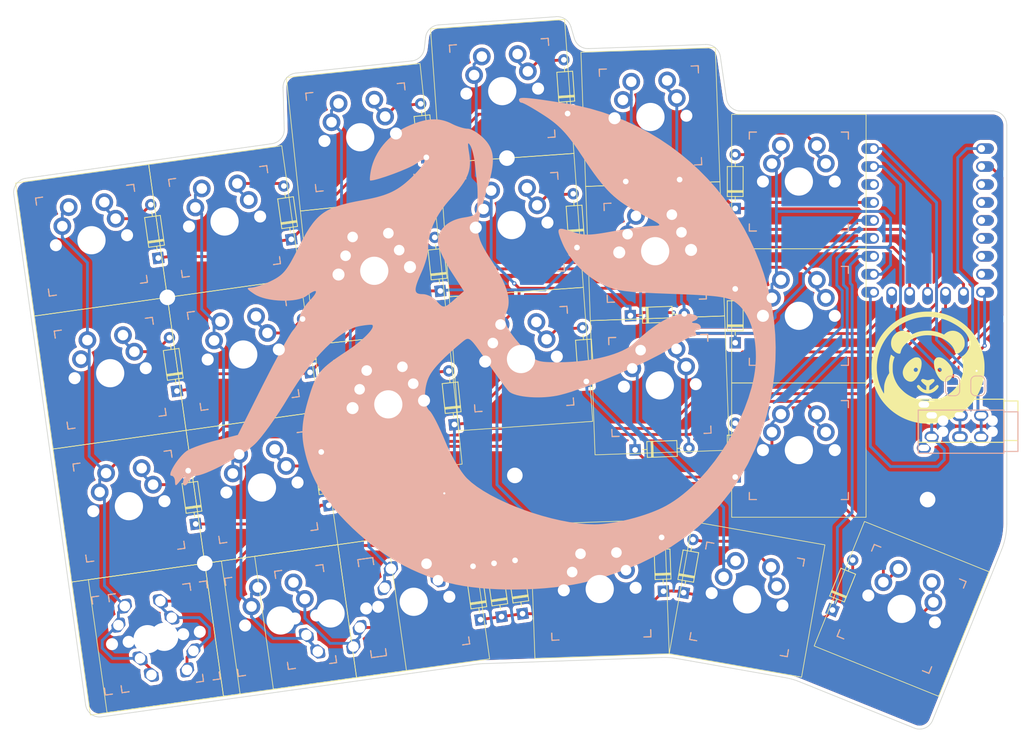
<source format=kicad_pcb>
(kicad_pcb (version 20240108) (generator "pcbnew") (generator_version "8.0")
  (layers (0 "F.Cu" signal) (31 "B.Cu" signal) (34 "B.Paste" user) (35 "F.Paste" user) (36 "B.SilkS" user "B.Silkscreen") (37 "F.SilkS" user "F.Silkscreen") (38 "B.Mask" user) (39 "F.Mask" user) (44 "Edge.Cuts" user))
  (net 0 "")
  (net 1 "com_1")
  (net 2 "com_2")
  (net 3 "+5V")
  (net 4 "GND")
  (net 5 "5V_left")
  (net 6 "GND_left")
  (net 7 "5V_right")
  (net 8 "GND_right")
  (net 9 "c0")
  (net 10 "Net-(D1-A)")
  (net 11 "c1")
  (net 12 "Net-(D2-A)")
  (net 13 "c2")
  (net 14 "Net-(D3-A)")
  (net 15 "c3")
  (net 16 "Net-(D4-A)")
  (net 17 "c4")
  (net 18 "Net-(D5-A)")
  (net 19 "c5")
  (net 20 "Net-(D6-A)")
  (net 21 "Net-(D7-A)")
  (net 22 "Net-(D8-A)")
  (net 23 "Net-(D9-A)")
  (net 24 "Net-(D10-A)")
  (net 25 "Net-(D11-A)")
  (net 26 "Net-(D12-A)")
  (net 27 "Net-(D13-A)")
  (net 28 "Net-(D14-A)")
  (net 29 "Net-(D15-A)")
  (net 30 "Net-(D16-A)")
  (net 31 "Net-(D17-A)")
  (net 32 "Net-(D18-A)")
  (net 33 "Net-(D19-A)")
  (net 34 "Net-(D20-A)")
  (net 35 "Net-(D21-A)")
  (net 36 "Net-(D22-A)")
  (net 37 "Net-(D23-A)")
  (net 38 "Net-(D24-A)")
  (net 45 "l3")
  (net 46 "l2")
  (net 47 "l1")
  (net 48 "l0")
  (footprint "lib:SW_MX_reversible" (layer "F.Cu") (at 241.9651 183.9977 -10)
    (property "Reference" "SW23" (hide yes))
    (property "Value" "SW_SPST" (hide yes))
  )
  (footprint "Diode_THT:D_DO-35_SOD27_P7.62mm_Horizontal" (layer "F.Cu") (at 200.5903 159.257 96)
    (property "Reference" "D15" (hide yes))
    (property "Value" "1N4148" (hide yes))
  )
  (footprint "lib:SW_MX_reversible" (layer "F.Cu") (at 151.9195 152.0009 8)
    (property "Reference" "SW7" (hide yes))
    (property "Value" "SW_SPST" (hide yes))
  )
  (footprint "lib:SW_MX_reversible_2" (layer "F.Cu") (at 183.0788 185.9952 -172)
    (property "Reference" "SW26" (hide yes))
    (property "Value" "SW_SPST" (hide yes))
  )
  (footprint "Diode_THT:D_DO-35_SOD27_P7.62mm_Horizontal" (layer "F.Cu") (at 225.4769 143.8659 2)
    (property "Reference" "D11" (hide yes))
    (property "Value" "1N4148" (hide yes))
  )
  (footprint "Diode_THT:D_DO-35_SOD27_P7.62mm_Horizontal" (layer "F.Cu") (at 240.2909 147.6937 90)
    (property "Reference" "D12" (hide yes))
    (property "Value" "1N4148" (hide yes))
  )
  (footprint "Diode_THT:D_DO-35_SOD27_P7.62mm_Horizontal" (layer "F.Cu") (at 240.2909 128.6937 90)
    (property "Reference" "D6" (hide yes))
    (property "Value" "1N4148" (hide yes))
  )
  (footprint "Diode_THT:D_DO-35_SOD27_P7.62mm_Horizontal" (layer "F.Cu") (at 232.9941 183.0454 80)
    (property "Reference" "D23" (hide yes))
    (property "Value" "1N4148" (hide yes))
  )
  (footprint "lib:SW_MX_reversible" (layer "F.Cu") (at 176.0232 186.9868 8)
    (property "Reference" "SW20" (hide yes))
    (property "Value" "SW_SPST" (hide yes))
  )
  (footprint "Diode_THT:D_DO-35_SOD27_P7.62mm_Horizontal" (layer "F.Cu") (at 254.0456 185.5105 68)
    (property "Reference" "D24" (hide yes))
    (property "Value" "1N4148" (hide yes))
  )
  (footprint "Diode_THT:D_DO-35_SOD27_P7.62mm_Horizontal" (layer "F.Cu") (at 198.6043 140.361 96)
    (property "Reference" "D9" (hide yes))
    (property "Value" "1N4148" (hide yes))
  )
  (footprint "lib:SW_MX_reversible" (layer "F.Cu") (at 208.6746 131.0463 4)
    (property "Reference" "SW10" (hide yes))
    (property "Value" "SW_SPST" (hide yes))
  )
  (footprint "_mcu:rp2040-zero-tht" (layer "F.Cu") (at 267.4896 130.3837)
    (property "Reference" "U1" (hide yes))
    (property "Value" "rp2040-zero" (hide yes))
  )
  (footprint "MountingHole:MountingHole_2.2mm_M2" (layer "F.Cu") (at 160.0049 141.2712)
    (property "Reference" "H4" (hide yes))
    (property "Value" "MountingHole" (hide yes))
  )
  (footprint "Diode_THT:D_DO-35_SOD27_P7.62mm_Horizontal" (layer "F.Cu") (at 164.0064 173.3364 98)
    (property "Reference" "D13" (hide yes))
    (property "Value" "1N4148" (hide yes))
  )
  (footprint "lib:SW_MX_reversible" (layer "F.Cu") (at 170.7346 149.3566 8)
    (property "Reference" "SW8" (hide yes))
    (property "Value" "SW_SPST" (hide yes))
  )
  (footprint "lib:SolderJumper-2_P1.3mm_Open_RoundedPad1.0x1.5mm" (layer "F.Cu") (at 271.0281 153.796 -90)
    (property "Reference" "JP_R2" (hide yes))
    (property "Value" "~" (hide yes))
  )
  (footprint "Diode_THT:D_DO-35_SOD27_P7.62mm_Horizontal" (layer "F.Cu") (at 210.2225 186.0278 98)
    (property "Reference" "D19" (hide yes))
    (property "Value" "1N4148" (hide yes))
  )
  (footprint "lib:SW_MX_reversible" (layer "F.Cu") (at 173.3789 168.1717 8)
    (property "Reference" "SW14" (hide yes))
    (property "Value" "SW_SPST" (hide yes))
  )
  (footprint "lib:SW_MX_reversible" (layer "F.Cu") (at 263.8175 185.3494 -22)
    (property "Reference" "SW24" (hide yes))
    (property "Value" "SW_SPST" (hide yes))
  )
  (footprint "Diode_THT:D_DO-35_SOD27_P7.62mm_Horizontal" (layer "F.Cu") (at 219.2439 153.1729 94)
    (property "Reference" "D16" (hide yes))
    (property "Value" "1N4148" (hide yes))
  )
  (footprint "Diode_THT:D_DO-35_SOD27_P7.62mm_Horizontal" (layer "F.Cu") (at 207.2517 186.4454 98)
    (property "Reference" "D20" (hide yes))
    (property "Value" "1N4148" (hide yes))
  )
  (footprint "MountingHole:MountingHole_2.2mm_M2" (layer "F.Cu") (at 267.4896 169.8837)
    (property "Reference" "H5" (hide yes))
    (property "Value" "MountingHole" (hide yes))
  )
  (footprint "lib:SW_MX_reversible" (layer "F.Cu") (at 221.134 182.541 2)
    (property "Reference" "SW22" (hide yes))
    (property "Value" "SW_SPST" (hide yes))
  )
  (footprint "Diode_THT:D_DO-35_SOD27_P7.62mm_Horizontal" (layer "F.Cu") (at 224.8138 124.8775 2)
    (property "Reference" "D5" (hide yes))
    (property "Value" "1N4148" (hide yes))
  )
  (footprint "lib:SW_MX_reversible" (layer "F.Cu") (at 149.2752 133.1858 8)
    (property "Reference" "SW1" (hide yes))
    (property "Value" "SW_SPST" (hide yes))
  )
  (footprint "MountingHole:MountingHole_2.2mm_M2" (layer "F.Cu") (at 208.0119 121.5694)
    (property "Reference" "H3" (hide yes))
    (property "Value" "MountingHole" (hide yes))
  )
  (footprint "MountingHole:MountingHole_2.2mm_M2" (layer "F.Cu") (at 209.1336 166.4655)
    (property "Reference" "H1" (hide yes))
    (property "Value" "MountingHole" (hide yes))
  )
  (footprint "lib:SW_MX_reversible" (layer "F.Cu") (at 168.0903 130.5415 8)
    (property "Reference" "SW2" (hide yes))
    (property "Value" "SW_SPST" (hide yes))
  )
  (footprint "lib:SW_MX_reversible" (layer "F.Cu") (at 189.2553 137.5127 6)
    (property "Reference" "SW9" (hide yes))
    (property "Value" "SW_SPST" (hide yes))
  )
  (footprint "lib:SW_MX_reversible" (layer "F.Cu") (at 249.2909 124.8837)
    (property "Reference" "SW6" (hide yes))
    (property "Value" "SW_SPST" (hide yes))
  )
  (footprint "lib:SW_MX_reversible" (layer "F.Cu") (at 154.5638 170.816 8)
    (property "Reference" "SW13" (hide yes))
    (property "Value" "SW_SPST" (hide yes))
  )
  (footprint "Diode_THT:D_DO-35_SOD27_P7.62mm_Horizontal" (layer "F.Cu") (at 158.7179 135.7062 98)
    (property "Reference" "D1" (hide yes))
    (property "Value" "1N4148" (hide yes))
  )
  (footprint "lib:SW_MX_reversible" (layer "F.Cu") (at 249.2909 162.8837)
    (property "Reference" "SW18" (hide yes))
    (property "Value" "SW_SPST" (hide yes))
  )
  (footprint "lib:SW_MX_reversible" (layer "F.Cu") (at 228.3074 115.75 2)
    (property "Reference" "SW5" (hide yes))
    (property "Value" "SW_SPST" (hide yes))
  )
  (footprint "lib:SW_MX_reversible" (layer "F.Cu") (at 191.2414 156.4086 6)
    (property "Reference" "SW15" (hide yes))
    (property "Value" "SW_SPST" (hide yes))
  )
  (footprint "Diode_THT:D_DO-35_SOD27_P7.62mm_Horizontal" (layer "F.Cu") (at 240.2909 166.6937 90)
    (property "Reference" "D18" (hide yes))
    (property "Value" "1N4148" (hide yes))
  )
  (footprint "Diode_THT:D_DO-35_SOD27_P7.62mm_Horizontal" (layer "F.Cu") (at 177.533 133.0619 98)
    (property "Reference" "D2" (hide yes))
    (property "Value" "1N4148" (hide yes))
  )
  (footprint "MountingHole:MountingHole_2.2mm_M2" (layer "F.Cu") (at 165.2935 178.9014)
    (property "Reference" "H2" (hide yes))
    (property "Value" "MountingHole" (hide yes))
  )
  (footprint "Diode_THT:D_DO-35_SOD27_P7.62mm_Horizontal" (layer "F.Cu") (at 204.2809 186.8629 98)
    (property "Reference" "D21" (hide yes))
    (property "Value" "1N4148" (hide yes))
  )
  (footprint "Diode_THT:D_DO-35_SOD27_P7.62mm_Horizontal" (layer "F.Cu") (at 226.14 162.8543 2)
    (property "Reference" "D17" (hide yes))
    (property "Value" "1N4148" (hide yes))
  )
  (footprint "lib:SW_MX_reversible_2" (layer "F.Cu") (at 194.8383 184.3425 8)
    (property "Reference" "SW21" (hide yes))
    (property "Value" "SW_SPST" (hide yes))
  )
  (footprint "lib:SW_MX_reversible_2" (layer "F.Cu") (at 159.56 189.3006 -172)
    (property "Reference" "SW25" (hide yes))
    (property "Value" "SW_SPST" (hide yes))
  )
  (footprint "lib:SW_MX_reversible" (layer "F.Cu") (at 210 150 4)
    (property "Reference" "SW16" (hide yes))
    (property "Value" "SW_SPST" (hide yes))
  )
  (footprint "lib:SW_MX_reversible_2" (layer "F.Cu") (at 157.2081 189.6311 8)
    (property "Reference" "SW19" (hide yes))
    (property "Value" "SW_SPST" (hide yes))
  )
  (footprint "lib:SW_MX_reversible" (layer "F.Cu") (at 249.2909 143.8837)
    (property "Reference" "SW12" (hide yes))
    (property "Value" "SW_SPST" (hide yes))
  )
  (footprint "lib:TRRS-PJ-320A_reversible_2" (layer "F.Cu") (at 278.2656 159.496 -90)
    (property "Reference" "J1" (hide yes))
    (property "Value" "AudioJack4" (hide yes))
  )
  (footprint "Diode_THT:D_DO-35_SOD27_P7.62mm_Horizontal" (layer "F.Cu") (at 196.6182 121.4651 96)
    (property "Reference" "D3" (hide yes))
    (property "Value" "1N4148" (hide yes))
  )
  (footprint "lib:SolderJumper-2_P1.3mm_Open_RoundedPad1.0x1.5mm" (layer "F.Cu") (at 274.6 153.796 -90)
    (property "Reference" "JP_R1" (hide yes))
    (property "Value" "~" (hide yes))
  )
  (footprint "lib:SW_MX_reversible" (layer "F.Cu") (at 229.6336 153.7268 2)
    (property "Reference" "SW17" (hide yes))
    (property "Value" "SW_SPST" (hide yes))
  )
  (footprint "lib:SW_MX_reversible" (layer "F.Cu") (at 207.3493 112.0926 4)
    (property "Reference" "SW4" (hide yes))
    (property "Value" "SW_SPST" (hide yes))
  )
  (footprint "lib:SW_MX_reversible" (layer "F.Cu") (at 228.9705 134.7384 2)
    (property "Reference" "SW11" (hide yes))
    (property "Value" "SW_SPST" (hide yes))
  )
  (footprint "Diode_THT:D_DO-35_SOD27_P7.62mm_Horizontal" (layer "F.Cu") (at 182.8215 170.6921 98)
    (property "Reference" "D14" (hide yes))
    (property "Value" "1N4148" (hide yes))
  )
  (footprint "Diode_THT:D_DO-35_SOD27_P7.62mm_Horizontal" (layer "F.Cu") (at 216.5931 115.2655 94)
    (property "Reference" "D4" (hide yes))
    (property "Value" "1N4148" (hide yes))
  )
  (footprint "lib:SW_MX_reversible" (layer "F.Cu") (at 187.2693 118.6168 6)
    (property "Reference" "SW3" (hide yes))
    (property "Value" "SW_SPST" (hide yes))
  )
  (footprint "Diode_THT:D_DO-35_SOD27_P7.62mm_Horizontal" (layer "F.Cu") (at 180.1772 151.877 98)
    (property "Reference" "D8" (hide yes))
    (property "Value" "1N4148" (hide yes))
  )
  (footprint "Diode_THT:D_DO-35_SOD27_P7.62mm_Horizontal" (layer "F.Cu") (at 217.9185 134.2192 94)
    (property "Reference" "D10" (hide yes))
    (property "Value" "1N4148" (hide yes))
  )
  (footprint "Diode_THT:D_DO-35_SOD27_P7.62mm_Horizontal" (layer "F.Cu") (at 161.3622 154.5213 98)
    (property "Reference" "D7" (hide yes))
    (property "Value" "1N4148" (hide yes))
  )
  (footprint "Diode_THT:D_DO-35_SOD27_P7.62mm_Horizontal" (layer "F.Cu") (at 230.1501 182.8466 92)
    (property "Reference" "D22" (hide yes))
    (property "Value" "1N4148" (hide yes))
  )
  (footprint "lib:SolderJumper-2_P1.3mm_Open_RoundedPad1.0x1.5mm" (layer "B.Cu") (at 274.6 153.796 -90)
    (property "Reference" "JP_L1" (hide yes))
    (property "Value" "~" (hide yes))
  )
  (footprint "lib:SolderJumper-2_P1.3mm_Open_RoundedPad1.0x1.5mm" (layer "B.Cu") (at 271.0281 153.796 -90)
    (property "Reference" "JP_L2" (hide yes))
    (property "Value" "~" (hide yes))
  )
  (gr_poly (pts (xy 210.443365 113.046876) (xy 210.579107 113.050779) (xy 210.729378 113.05832) (xy 210.894796 113.069546) (xy 211.075977 113.084504) (xy 211.273539 113.103239) (xy 211.720277 113.152232) (xy 212.239948 113.216897) (xy 212.837491 113.297608) (xy 213.517845 113.394737) (xy 214.285948 113.508659) (xy 215.146741 113.639745) (xy 216.105162 113.78837) (xy 217.9507 114.126109) (xy 219.755858 114.55503) (xy 221.518649 115.072282) (xy 223.237089 115.675015) (xy 224.909191 116.360378) (xy 226.532971 117.12552) (xy 228.106442 117.967591) (xy 229.627619 118.883738) (xy 231.094516 119.871113) (xy 232.505148 120.926864) (xy 233.857528 122.04814) (xy 235.149673 123.23209) (xy 236.379595 124.475865) (xy 237.545309 125.776612) (xy 238.64483 127.131481) (xy 239.676173 128.537622) (xy 240.63735 129.992184) (xy 241.526378 131.492315) (xy 242.34127 133.035166) (xy 243.08004 134.617885) (xy 243.740704 136.237621) (xy 244.321275 137.891524) (xy 244.819767 139.576744) (xy 245.234197 141.290429) (xy 245.562576 143.029728) (xy 245.802921 144.791791) (xy 245.953246 146.573767) (xy 246.011564 148.372806) (xy 245.97589 150.186055) (xy 245.844239 152.010666) (xy 245.614626 153.843786) (xy 245.285063 155.682566) (xy 244.696976 158.131836) (xy 243.967128 160.474505) (xy 243.096598 162.709492) (xy 242.086466 164.835722) (xy 240.937809 166.852114) (xy 239.651708 168.757592) (xy 238.229241 170.551077) (xy 236.671488 172.23149) (xy 234.979528 173.797755) (xy 233.154439 175.248791) (xy 231.197301 176.583522) (xy 229.109193 177.800869) (xy 226.891194 178.899754) (xy 224.544383 179.879099) (xy 222.069839 180.737826) (xy 219.468642 181.474856) (xy 218.371541 181.727989) (xy 217.207439 181.949499) (xy 215.986895 182.13928) (xy 214.720471 182.297226) (xy 213.418729 182.423232) (xy 212.092228 182.517193) (xy 210.75153 182.579003) (xy 209.407195 182.608557) (xy 208.069786 182.60575) (xy 206.749863 182.570476) (xy 205.457986 182.50263) (xy 204.204717 182.402106) (xy 203.000617 182.2688) (xy 201.856246 182.102605) (xy 200.782167 181.903417) (xy 199.788939 181.67113) (xy 199.788937 181.671132) (xy 199.788936 181.671135) (xy 199.788934 181.671138) (xy 199.788932 181.671141) (xy 199.78893 181.671143) (xy 199.788928 181.671146) (xy 199.788926 181.671148) (xy 199.788924 181.671151) (xy 199.788922 181.671153) (xy 199.788919 181.671154) (xy 199.788917 181.671156) (xy 199.788915 181.671157) (xy 199.788913 181.671159) (xy 199.788912 181.671159) (xy 199.788911 181.67116) (xy 199.78891 181.67116) (xy 199.788909 181.67116) (xy 199.788908 181.67116) (xy 198.69726 181.364408) (xy 197.627959 181.02215) (xy 196.579995 180.643758) (xy 195.55236 180.228608) (xy 194.544045 179.776074) (xy 193.554041 179.28553) (xy 192.58134 178.756351) (xy 191.624933 178.187911) (xy 190.68381 177.579585) (xy 189.756963 176.930746) (xy 188.843384 176.24077) (xy 187.942063 175.509031) (xy 187.051991 174.734902) (xy 186.172161 173.917759) (xy 185.301562 173.056976) (xy 184.439186 172.151926) (xy 183.928428 171.586719) (xy 183.447551 171.026296) (xy 182.995705 170.469087) (xy 182.57204 169.913521) (xy 182.175705 169.358026) (xy 181.805848 168.801031) (xy 181.46162 168.240965) (xy 181.142168 167.676257) (xy 180.846644 167.105337) (xy 180.574195 166.526632) (xy 180.323971 165.938573) (xy 180.095122 165.339586) (xy 179.886795 164.728103) (xy 179.698142 164.102551) (xy 179.52831 163.46136) (xy 179.37645 162.802958) (xy 179.285607 162.346574) (xy 179.211987 161.901347) (xy 179.155964 161.463658) (xy 179.117909 161.029888) (xy 179.098195 160.596421) (xy 179.097193 160.159636) (xy 179.115277 159.715916) (xy 179.152818 159.261643) (xy 179.210188 158.793197) (xy 179.287761 158.306962) (xy 179.385907 157.799318) (xy 179.505 157.266647) (xy 179.645412 156.70533) (xy 179.807514 156.11175) (xy 179.99168 155.482288) (xy 180.198281 154.813326) (xy 180.363094 154.306904) (xy 180.525434 153.845265) (xy 180.690044 153.422881) (xy 180.861664 153.034222) (xy 181.045036 152.67376) (xy 181.244903 152.335965) (xy 181.466004 152.01531) (xy 181.713084 151.706265) (xy 181.990882 151.403301) (xy 182.304141 151.10089) (xy 182.657602 150.793502) (xy 183.056007 150.475608) (xy 183.504098 150.141681) (xy 184.006616 149.786191) (xy 184.568303 149.403608) (xy 185.193901 148.988406) (xy 185.644305 148.685148) (xy 186.076905 148.379852) (xy 186.489416 148.074818) (xy 186.87955 147.772342) (xy 187.245022 147.474724) (xy 187.583546 147.184261) (xy 187.892836 146.903252) (xy 188.170604 146.633995) (xy 188.414566 146.378789) (xy 188.622434 146.139931) (xy 188.791923 145.91972) (xy 188.920746 145.720454) (xy 189.006617 145.544431) (xy 189.032732 145.465854) (xy 189.047251 145.39395) (xy 189.049889 145.329005) (xy 189.04036 145.271308) (xy 189.018378 145.221145) (xy 188.983658 145.178805) (xy 188.973976 145.172191) (xy 188.960128 145.166427) (xy 188.920401 145.157407) (xy 188.8654 145.151664) (xy 188.796051 145.149116) (xy 188.713276 145.149681) (xy 188.617999 145.15328) (xy 188.511146 145.159831) (xy 188.393639 145.169252) (xy 188.266403 145.181462) (xy 188.130362 145.196381) (xy 187.835559 145.234019) (xy 187.516623 145.281515) (xy 187.180947 145.338221) (xy 186.915716 145.395045) (xy 186.644079 145.471733) (xy 186.366356 145.567965) (xy 186.082867 145.683421) (xy 185.79393 145.817783) (xy 185.499865 145.970729) (xy 184.89763 146.331101) (xy 184.278717 146.761978) (xy 183.64568 147.260805) (xy 183.001076 147.825025) (xy 182.347461 148.452081) (xy 181.687389 149.139416) (xy 181.023416 149.884473) (xy 180.358097 150.684696) (xy 179.693989 151.537528) (xy 179.033646 152.440412) (xy 178.379624 153.390791) (xy 177.734479 154.386108) (xy 177.100766 155.423807) (xy 176.479719 156.443235) (xy 175.82696 157.463311) (xy 175.162024 158.456774) (xy 174.504443 159.39636) (xy 173.87375 160.254807) (xy 173.289479 161.004852) (xy 172.771163 161.619234) (xy 172.542842 161.867031) (xy 172.338334 162.070689) (xy 171.967744 162.395016) (xy 171.526765 162.739791) (xy 171.026133 163.099306) (xy 170.476588 163.467851) (xy 169.888866 163.839718) (xy 169.273705 164.209199) (xy 168.641843 164.570584) (xy 168.004018 164.918166) (xy 167.370966 165.246234) (xy 166.753425 165.549082) (xy 166.162134 165.821) (xy 165.607829 166.056279) (xy 165.101249 166.249212) (xy 164.65313 166.394089) (xy 164.274211 166.485201) (xy 163.975229 166.51684) (xy 163.942111 166.517741) (xy 163.908728 166.520412) (xy 163.87514 166.52481) (xy 163.841403 166.530891) (xy 163.807576 166.538611) (xy 163.773716 166.547925) (xy 163.706132 166.571162) (xy 163.639112 166.600247) (xy 163.573122 166.634828) (xy 163.508623 166.674552) (xy 163.446079 166.719067) (xy 163.385953 166.768019) (xy 163.328709 166.821055) (xy 163.274809 166.877823) (xy 163.224718 166.937969) (xy 163.178897 167.00114) (xy 163.137811 167.066984) (xy 163.101923 167.135148) (xy 163.086073 167.16999) (xy 163.071695 167.205279) (xy 163.035716 167.293174) (xy 162.997837 167.374777) (xy 162.958323 167.450125) (xy 162.917441 167.519259) (xy 162.875454 167.582217) (xy 162.832628 167.639039) (xy 162.789229 167.689763) (xy 162.745521 167.734429) (xy 162.701769 167.773076) (xy 162.65824 167.805743) (xy 162.615197 167.832469) (xy 162.572907 167.853293) (xy 162.531634 167.868254) (xy 162.491643 167.877392) (xy 162.4532 167.880745) (xy 162.41657 167.878352) (xy 162.382018 167.870254) (xy 162.34981 167.856488) (xy 162.320209 167.837094) (xy 162.293482 167.812112) (xy 162.269894 167.781579) (xy 162.24971 167.745536) (xy 162.233195 167.704021) (xy 162.220614 167.657073) (xy 162.212233 167.604732) (xy 162.208316 167.547037) (xy 162.209129 167.484027) (xy 162.214936 167.41574) (xy 162.226005 167.342217) (xy 162.242598 167.263496) (xy 162.264982 167.179616) (xy 162.293421 167.090617) (xy 162.331883 166.976211) (xy 162.362761 166.877674) (xy 162.385762 166.795077) (xy 162.400594 166.728495) (xy 162.404854 166.701232) (xy 162.406963 166.677999) (xy 162.406882 166.658808) (xy 162.404575 166.643665) (xy 162.400007 166.632581) (xy 162.393139 166.625564) (xy 162.383936 166.622625) (xy 162.372361 166.623771) (xy 162.358377 166.629012) (xy 162.341948 166.638358) (xy 162.323037 166.651817) (xy 162.301607 166.669399) (xy 162.251044 166.716967) (xy 162.189967 166.781136) (xy 162.118083 166.861978) (xy 162.035098 166.959567) (xy 161.940719 167.073976) (xy 161.834654 167.205279) (xy 161.717839 167.349905) (xy 161.613865 167.475666) (xy 161.521979 167.582677) (xy 161.441427 167.671053) (xy 161.371455 167.740909) (xy 161.340201 167.768928) (xy 161.311309 167.79236) (xy 161.284686 167.811219) (xy 161.260236 167.825521) (xy 161.237866 167.835279) (xy 161.217482 167.840508) (xy 161.198989 167.841222) (xy 161.182292 167.837435) (xy 161.167299 167.829163) (xy 161.153914 167.816419) (xy 161.142044 167.799218) (xy 161.131593 167.777573) (xy 161.122468 167.751501) (xy 161.114575 167.721014) (xy 161.10782 167.686128) (xy 161.102107 167.646856) (xy 161.093435 167.555214) (xy 161.087805 167.446204) (xy 161.084463 167.319941) (xy 161.08035 167.238123) (xy 161.071441 167.158598) (xy 161.05799 167.08178) (xy 161.040249 167.008079) (xy 161.018473 166.937908) (xy 160.992913 166.871678) (xy 160.963824 166.809801) (xy 160.931458 166.752689) (xy 160.896069 166.700753) (xy 160.857909 166.654407) (xy 160.817232 166.614061) (xy 160.796029 166.596266) (xy 160.774291 166.580127) (xy 160.752051 166.565693) (xy 160.729339 166.553016) (xy 160.706188 166.542149) (xy 160.682629 166.533142) (xy 160.658694 166.526047) (xy 160.634414 166.520916) (xy 160.609822 166.517799) (xy 160.584948 166.516749) (xy 160.525628 166.508851) (xy 160.479899 166.485728) (xy 160.447229 166.448241) (xy 160.427084 166.397246) (xy 160.418934 166.333602) (xy 160.422243 166.258169) (xy 160.436481 166.171803) (xy 160.461113 166.075365) (xy 160.495607 165.969712) (xy 160.539431 165.855702) (xy 160.652935 165.606049) (xy 160.797363 165.333273) (xy 160.968453 165.044241) (xy 161.161942 164.745822) (xy 161.373569 164.444884) (xy 161.59907 164.148294) (xy 161.834184 163.86292) (xy 162.074649 163.59563) (xy 162.316202 163.353291) (xy 162.436055 163.243625) (xy 162.554582 163.142773) (xy 162.671249 163.051592) (xy 162.785524 162.970942) (xy 162.906126 162.897307) (xy 163.054666 162.817833) (xy 163.229042 162.733268) (xy 163.427148 162.64436) (xy 163.886138 162.456509) (xy 164.414803 162.260269) (xy 164.996309 162.061627) (xy 165.613824 161.866569) (xy 166.250514 161.681083) (xy 166.889547 161.511156) (xy 169.966371 160.734667) (xy 173.435888 153.805468) (xy 174.852444 151.038284) (xy 176.144642 148.62617) (xy 176.69951 147.634283) (xy 177.169772 146.828386) (xy 177.537589 146.240886) (xy 177.785122 145.904192) (xy 177.875084 145.800434) (xy 177.963207 145.690302) (xy 178.049006 145.574761) (xy 178.131997 145.454778) (xy 178.211692 145.331319) (xy 178.287608 145.205348) (xy 178.359257 145.077833) (xy 178.426156 144.94974) (xy 178.487818 144.822033) (xy 178.543757 144.69568) (xy 178.593489 144.571646) (xy 178.636528 144.450897) (xy 178.672388 144.334399) (xy 178.700584 144.223117) (xy 178.72063 144.118019) (xy 178.732041 144.020069) (xy 178.745724 143.920021) (xy 178.772444 143.808771) (xy 178.811491 143.687491) (xy 178.862155 143.557355) (xy 178.923724 143.419536) (xy 178.995488 143.275207) (xy 179.076737 143.12554) (xy 179.166761 142.97171) (xy 179.264849 142.81489) (xy 179.370291 142.656251) (xy 179.482376 142.496968) (xy 179.600394 142.338213) (xy 179.723634 142.181159) (xy 179.851386 142.02698) (xy 179.98294 141.876849) (xy 180.117585 141.731938) (xy 180.355983 141.475349) (xy 180.556574 141.243607) (xy 180.719875 141.037518) (xy 180.846404 140.857885) (xy 180.89604 140.778242) (xy 180.936678 140.705515) (xy 180.968381 140.639805) (xy 180.991215 140.581211) (xy 181.005243 140.529836) (xy 181.010532 140.485779) (xy 181.007144 140.449141) (xy 180.995146 140.420023) (xy 180.974602 140.398525) (xy 180.945576 140.384749) (xy 180.908133 140.378793) (xy 180.862338 140.38076) (xy 180.808255 140.390749) (xy 180.74595 140.408862) (xy 180.675487 140.435199) (xy 180.59693 140.46986) (xy 180.510344 140.512946) (xy 180.415794 140.564558) (xy 180.203061 140.693761) (xy 179.959248 140.858275) (xy 179.684872 141.058903) (xy 179.549923 141.151092) (xy 179.398527 141.236501) (xy 179.231713 141.315163) (xy 179.05051 141.387112) (xy 178.649057 141.51101) (xy 178.202403 141.608466) (xy 177.718783 141.679755) (xy 177.206432 141.725147) (xy 176.673584 141.744917) (xy 176.128476 141.739336) (xy 175.579343 141.708678) (xy 175.034419 141.653216) (xy 174.50194 141.573221) (xy 173.99014 141.468968) (xy 173.507256 141.340728) (xy 173.061521 141.188774) (xy 172.661172 141.013379) (xy 172.48059 140.916976) (xy 172.314443 140.814816) (xy 172.118354 140.683541) (xy 171.945726 140.564749) (xy 171.79626 140.45788) (xy 171.669658 140.362377) (xy 171.565622 140.277684) (xy 171.483854 140.203241) (xy 171.451227 140.169689) (xy 171.424056 140.138491) (xy 171.415322 140.126882) (xy 195.102811 140.126882) (xy 195.103249 140.217285) (xy 195.110969 140.300059) (xy 195.125985 140.375482) (xy 195.148309 140.443832) (xy 195.177954 140.505387) (xy 195.214934 140.560422) (xy 195.259262 140.609217) (xy 195.31095 140.652047) (xy 195.370012 140.689192) (xy 195.436461 140.720927) (xy 195.51031 140.747531) (xy 195.68026 140.786455) (xy 195.879966 140.808181) (xy 196.109534 140.81493) (xy 196.223482 140.819693) (xy 196.342691 140.833666) (xy 196.466183 140.856379) (xy 196.592981 140.887362) (xy 196.722106 140.926144) (xy 196.852582 140.972254) (xy 196.98343 141.025222) (xy 197.113674 141.084576) (xy 197.242334 141.149847) (xy 197.368434 141.220563) (xy 197.490996 141.296254) (xy 197.609042 141.37645) (xy 197.721595 141.460679) (xy 197.827676 141.548471) (xy 197.926309 141.639355) (xy 198.016516 141.732861) (xy 198.199488 141.933463) (xy 198.363294 142.106875) (xy 198.439134 142.183288) (xy 198.51153 142.25279) (xy 198.580934 142.315341) (xy 198.647794 142.370903) (xy 198.712559 142.419438) (xy 198.775681 142.460909) (xy 198.837607 142.495276) (xy 198.898789 142.522502) (xy 198.959674 142.542549) (xy 199.020713 142.555377) (xy 199.082356 142.56095) (xy 199.145052 142.559229) (xy 199.209251 142.550176) (xy 199.275402 142.533752) (xy 199.343955 142.50992) (xy 199.415359 142.478641) (xy 199.490064 142.439877) (xy 199.56852 142.39359) (xy 199.651176 142.339741) (xy 199.738481 142.278293) (xy 199.830887 142.209208) (xy 199.928841 142.132447) (xy 200.143194 141.955744) (xy 200.385138 141.74788) (xy 200.65827 141.508549) (xy 200.658133 141.508564) (xy 201.922995 140.395344) (xy 200.084425 137.55074) (xy 199.891067 137.245086) (xy 199.704524 136.937375) (xy 199.355009 136.322827) (xy 199.042128 135.721198) (xy 198.772128 135.146589) (xy 198.655159 134.873823) (xy 198.551253 134.613099) (xy 198.461191 134.366182) (xy 198.385752 134.134832) (xy 198.325719 133.920812) (xy 198.281871 133.725886) (xy 198.25499 133.551816) (xy 198.245856 133.400364) (xy 198.249982 133.238267) (xy 198.262289 133.078737) (xy 198.282671 132.921875) (xy 198.311024 132.767778) (xy 198.34724 132.616546) (xy 198.391214 132.468278) (xy 198.442841 132.323071) (xy 198.502014 132.181026) (xy 198.568629 132.04224) (xy 198.642578 131.906813) (xy 198.723756 131.774843) (xy 198.812058 131.646429) (xy 198.907377 131.52167) (xy 199.009609 131.400665) (xy 199.118646 131.283513) (xy 199.234384 131.170311) (xy 199.356716 131.06116) (xy 199.485537 130.956158) (xy 199.620742 130.855404) (xy 199.762223 130.758996) (xy 199.909876 130.667033) (xy 200.063594 130.579615) (xy 200.223272 130.496839) (xy 200.388804 130.418806) (xy 200.560085 130.345612) (xy 200.737008 130.277358) (xy 200.919468 130.214143) (xy 201.107359 130.156064) (xy 201.300575 130.103221) (xy 201.49901 130.055712) (xy 201.702559 130.013636) (xy 201.911116 129.977093) (xy 202.218027 129.92657) (xy 202.489166 129.877546) (xy 202.726865 129.827648) (xy 202.933457 129.774505) (xy 203.025817 129.745975) (xy 203.111275 129.715744) (xy 203.190122 129.683515) (xy 203.262651 129.648992) (xy 203.329152 129.611878) (xy 203.389917 129.571876) (xy 203.445237 129.528691) (xy 203.495406 129.482026) (xy 203.540713 129.431583) (xy 203.58145 129.377067) (xy 203.617909 129.318181) (xy 203.650382 129.254628) (xy 203.67916 129.186112) (xy 203.704535 129.112336) (xy 203.726798 129.033003) (xy 203.746241 128.947818) (xy 203.777831 128.758703) (xy 203.80164 128.542618) (xy 203.82 128.29719) (xy 203.835242 128.020048) (xy 203.849615 127.667358) (xy 203.858969 127.302113) (xy 203.863392 126.934897) (xy 203.862972 126.576294) (xy 203.857795 126.236886) (xy 203.84795 125.927257) (xy 203.833524 125.65799) (xy 203.814604 125.439668) (xy 203.682916 124.210086) (xy 203.510275 122.542848) (xy 203.460028 122.129512) (xy 203.394398 121.713333) (xy 203.316164 121.305605) (xy 203.2281 120.917625) (xy 203.132985 120.560686) (xy 203.033595 120.246084) (xy 202.983165 120.108189) (xy 202.932707 119.985114) (xy 202.882569 119.878271) (xy 202.833098 119.789072) (xy 202.769859 119.689709) (xy 202.740944 119.647316) (xy 202.713821 119.609839) (xy 202.688481 119.577322) (xy 202.664916 119.549808) (xy 202.643116 119.527341) (xy 202.623075 119.509963) (xy 202.604782 119.497718) (xy 202.58823 119.490649) (xy 202.580604 119.489069) (xy 202.573409 119.4888) (xy 202.566646 119.489846) (xy 202.560313 119.492213) (xy 202.554408 119.495907) (xy 202.548931 119.500932) (xy 202.539255 119.515001) (xy 202.531278 119.534462) (xy 202.524989 119.559358) (xy 202.520382 119.589734) (xy 202.517447 119.625632) (xy 202.516175 119.667096) (xy 202.516559 119.714169) (xy 202.518589 119.766893) (xy 202.522258 119.825313) (xy 202.534475 119.959413) (xy 202.553142 120.116813) (xy 202.578191 120.29786) (xy 202.609554 120.502899) (xy 202.647162 120.732279) (xy 202.716611 121.194313) (xy 202.763216 121.629538) (xy 202.78534 122.042147) (xy 202.781347 122.436329) (xy 202.749599 122.816276) (xy 202.722805 123.002222) (xy 202.688459 123.18618) (xy 202.646356 123.368675) (xy 202.596292 123.550231) (xy 202.538062 123.731372) (xy 202.471461 123.912621) (xy 202.396284 124.094503) (xy 202.312328 124.277541) (xy 202.117258 124.649182) (xy 201.884612 125.031735) (xy 201.612756 125.429391) (xy 201.300052 125.846342) (xy 200.944863 126.286778) (xy 200.545553 126.754891) (xy 200.100485 127.254873) (xy 199.702647 127.707794) (xy 199.331912 128.158165) (xy 198.988075 128.606446) (xy 198.670927 129.053101) (xy 198.380262 129.49859) (xy 198.115874 129.943376) (xy 197.877554 130.387919) (xy 197.665096 130.832681) (xy 197.478293 131.278125) (xy 197.316937 131.724711) (xy 197.180823 132.172901) (xy 197.069742 132.623158) (xy 196.983489 133.075941) (xy 196.921855 133.531715) (xy 196.884634 133.990939) (xy 196.871619 134.454075) (xy 196.866649 134.58792) (xy 196.852576 134.738379) (xy 196.829868 134.903804) (xy 196.798991 135.082548) (xy 196.760412 135.272964) (xy 196.714598 135.473405) (xy 196.662016 135.682223) (xy 196.603132 135.897772) (xy 196.468326 136.342474) (xy 196.313916 136.794333) (xy 196.230526 137.018828) (xy 196.143635 137.240171) (xy 196.05371 137.456716) (xy 195.961218 137.666813) (xy 195.753851 138.131256) (xy 195.574881 138.54965) (xy 195.424412 138.924215) (xy 195.302549 139.257171) (xy 195.209397 139.550736) (xy 195.14506 139.807131) (xy 195.109642 140.028574) (xy 195.102811 140.126882) (xy 171.415322 140.126882) (xy 171.402302 140.109577) (xy 171.385929 140.082877) (xy 171.374899 140.058321) (xy 171.369176 140.03584) (xy 171.368721 140.015364) (xy 171.373498 139.996824) (xy 171.383469 139.980149) (xy 171.398598 139.96527) (xy 171.418846 139.952118) (xy 171.444176 139.940622) (xy 171.474552 139.930712) (xy 171.509936 139.92232) (xy 171.595578 139.909808) (xy 171.700805 139.902528) (xy 171.825319 139.899922) (xy 171.925953 139.89467) (xy 172.043777 139.879879) (xy 172.177328 139.856038) (xy 172.325143 139.823637) (xy 172.485759 139.783164) (xy 172.657713 139.735109) (xy 172.839542 139.679962) (xy 173.029783 139.618212) (xy 173.429649 139.476859) (xy 173.845606 139.314966) (xy 174.265951 139.136447) (xy 174.474111 139.042177) (xy 174.678979 138.945217) (xy 174.977675 138.795728) (xy 175.253505 138.646223) (xy 175.509281 138.493396) (xy 175.747815 138.33394) (xy 175.971917 138.164549) (xy 176.079436 138.075094) (xy 176.1844 137.981916) (xy 176.287163 137.8846) (xy 176.388075 137.782734) (xy 176.487488 137.675904) (xy 176.585753 137.563697) (xy 176.780246 137.321498) (xy 176.974366 137.052831) (xy 177.170922 136.754389) (xy 177.372729 136.422865) (xy 177.582595 136.054952) (xy 177.803334 135.647345) (xy 178.037756 135.196736) (xy 178.288674 134.699818) (xy 178.773635 133.744959) (xy 179.229153 132.890426) (xy 179.664438 132.12916) (xy 180.088704 131.4541) (xy 180.511163 130.858188) (xy 180.724592 130.587705) (xy 180.941025 130.334363) (xy 181.161611 130.097277) (xy 181.387503 129.875566) (xy 181.619852 129.668347) (xy 181.85981 129.474737) (xy 182.108527 129.293855) (xy 182.367156 129.124818) (xy 182.636849 128.966743) (xy 182.918755 128.818748) (xy 183.214028 128.679951) (xy 183.523818 128.549468) (xy 184.191558 128.309919) (xy 184.931185 128.09304) (xy 185.751912 127.891772) (xy 186.662952 127.699057) (xy 187.673516 127.507833) (xy 188.318057 127.38562) (xy 188.916658 127.260224) (xy 189.473467 127.129627) (xy 189.992632 126.991806) (xy 190.478301 126.844744) (xy 190.934623 126.686419) (xy 191.365745 126.514811) (xy 191.775817 126.327902) (xy 192.168987 126.12367) (xy 192.549402 125.900095) (xy 192.921211 125.655158) (xy 193.288562 125.386839) (xy 193.655604 125.093117) (xy 194.026484 124.771973) (xy 194.405352 124.421387) (xy 194.796355 124.039338) (xy 195.136241 123.690348) (xy 195.435723 123.364606) (xy 195.694375 123.064129) (xy 195.911772 122.790931) (xy 196.087488 122.547027) (xy 196.2211 122.334432) (xy 196.31218 122.155162) (xy 196.341638 122.078653) (xy 196.360304 122.01123) (xy 196.368125 121.953147) (xy 196.365047 121.904653) (xy 196.351018 121.866002) (xy 196.325984 121.837445) (xy 196.289891 121.819234) (xy 196.242688 121.811621) (xy 196.18432 121.814857) (xy 196.114735 121.829196) (xy 196.03388 121.854887) (xy 195.9417 121.892184) (xy 195.723158 122.002602) (xy 195.458682 122.162464) (xy 195.147849 122.373784) (xy 194.920118 122.518258) (xy 194.62056 122.681126) (xy 194.259554 122.858563) (xy 193.847476 123.046746) (xy 192.911617 123.440051) (xy 191.896005 123.830449) (xy 190.883661 124.187346) (xy 189.957606 124.480149) (xy 189.552881 124.592956) (xy 189.200862 124.678266) (xy 188.911925 124.732257) (xy 188.69645 124.751104) (xy 188.68641 124.749163) (xy 188.677266 124.743404) (xy 188.669012 124.733923) (xy 188.661641 124.720813) (xy 188.655148 124.704171) (xy 188.649527 124.684091) (xy 188.644771 124.660668) (xy 188.640875 124.633999) (xy 188.635639 124.571297) (xy 188.63377 124.496748) (xy 188.63522 124.411111) (xy 188.639943 124.315148) (xy 188.647889 124.209619) (xy 188.659011 124.095285) (xy 188.673262 123.972908) (xy 188.690594 123.843248) (xy 188.710959 123.707066) (xy 188.734308 123.565122) (xy 188.760595 123.418179) (xy 188.789772 123.266996) (xy 188.902754 122.786108) (xy 189.047401 122.312275) (xy 189.222646 121.846797) (xy 189.427425 121.390975) (xy 189.660673 120.94611) (xy 189.921323 120.513503) (xy 190.20831 120.094456) (xy 190.520569 119.69027) (xy 190.857034 119.302246) (xy 191.216639 118.931684) (xy 191.598319 118.579887) (xy 192.001009 118.248155) (xy 192.423642 117.937789) (xy 192.865154 117.650091) (xy 193.324479 117.386361) (xy 193.800551 117.147901) (xy 194.304175 116.922141) (xy 194.788115 116.723348) (xy 195.253714 116.551433) (xy 195.702317 116.406307) (xy 196.135267 116.287882) (xy 196.553908 116.196069) (xy 196.959584 116.130779) (xy 197.353638 116.091924) (xy 197.737415 116.079415) (xy 198.112257 116.093164) (xy 198.47951 116.133081) (xy 198.840516 116.199078) (xy 199.19662 116.291067) (xy 199.549165 116.408958) (xy 199.899494 116.552663) (xy 200.248953 116.722094) (xy 200.387544 116.791935) (xy 200.531418 116.859817) (xy 200.67944 116.92539) (xy 200.830472 116.988302) (xy 201.137029 117.104734) (xy 201.442003 117.206303) (xy 201.591056 117.250635) (xy 201.736307 117.290197) (xy 201.876619 117.324636) (xy 202.010857 117.353602) (xy 202.137884 117.376743) (xy 202.256565 117.393708) (xy 202.365764 117.404144) (xy 202.464346 117.407701) (xy 202.512273 117.409456) (xy 202.563065 117.414662) (xy 202.672673 117.435083) (xy 202.79202 117.468279) (xy 202.919955 117.513561) (xy 203.055331 117.570241) (xy 203.196997 117.637632) (xy 203.343803 117.715045) (xy 203.4946 117.801792) (xy 203.648238 117.897187) (xy 203.803568 118.000541) (xy 203.95944 118.111166) (xy 204.114704 118.228375) (xy 204.268211 118.35148) (xy 204.418812 118.479792) (xy 204.565356 118.612624) (xy 204.706694 118.749288) (xy 204.854837 118.902048) (xy 204.994046 119.055393) (xy 205.124347 119.209779) (xy 205.245767 119.365663) (xy 205.358335 119.523503) (xy 205.462077 119.683755) (xy 205.55702 119.846877) (xy 205.643192 120.013326) (xy 205.72062 120.183558) (xy 205.789332 120.358031) (xy 205.849354 120.537202) (xy 205.900714 120.721527) (xy 205.943439 120.911465) (xy 205.977556 121.107471) (xy 206.003093 121.310003) (xy 206.020077 121.519518) (xy 206.028535 121.736474) (xy 206.028495 121.961326) (xy 206.019983 122.194532) (xy 206.003028 122.43655) (xy 205.977655 122.687836) (xy 205.943894 122.948847) (xy 205.851311 123.501873) (xy 205.725497 124.099284) (xy 205.566671 124.744737) (xy 205.375051 125.441889) (xy 205.150854 126.194394) (xy 204.582443 128.091967) (xy 204.362615 128.890858) (xy 204.186747 129.605788) (xy 204.055617 130.248735) (xy 203.970006 130.831675) (xy 203.930692 131.366586) (xy 203.938456 131.865445) (xy 203.960236 132.105098) (xy 203.994077 132.340229) (xy 204.098336 132.802915) (xy 204.252011 133.265482) (xy 204.455883 133.739905) (xy 204.710732 134.238162) (xy 205.017336 134.77223) (xy 205.376476 135.354087) (xy 205.788931 135.995709) (xy 206.203483 136.647006) (xy 206.578604 137.26618) (xy 206.914733 137.854743) (xy 207.212308 138.414209) (xy 207.471767 138.946094) (xy 207.69355 139.451911) (xy 207.878094 139.933173) (xy 208.025837 140.391396) (xy 208.137219 140.828092) (xy 208.212678 141.244777) (xy 208.252653 141.642964) (xy 208.257581 142.024167) (xy 208.227901 142.3899) (xy 208.164051 142.741677) (xy 208.066471 143.081013) (xy 207.935599 143.40942) (xy 207.885159 143.52859) (xy 207.842298 143.648452) (xy 207.807162 143.76929) (xy 207.779896 143.891383) (xy 207.760645 144.015014) (xy 207.749553 144.140462) (xy 207.746767 144.26801) (xy 207.752431 144.397938) (xy 207.76669 144.530529) (xy 207.78969 144.666061) (xy 207.821576 144.804818) (xy 207.862492 144.947081) (xy 207.912584 145.093129) (xy 207.971997 145.243245) (xy 208.040876 145.39771) (xy 208.119367 145.556805) (xy 208.207614 145.720811) (xy 208.305763 145.890009) (xy 208.413958 146.06468) (xy 208.532345 146.245106) (xy 208.800275 146.624347) (xy 209.110714 147.029979) (xy 209.464823 147.464254) (xy 209.863763 147.929419) (xy 210.308695 148.427725) (xy 210.80078 148.96142) (xy 211.036586 149.21084) (xy 211.252964 149.430854) (xy 211.45561 149.623289) (xy 211.553563 149.709736) (xy 211.65022 149.789973) (xy 211.746292 149.864228) (xy 211.842491 149.93273) (xy 211.939529 149.995707) (xy 212.038119 150.053387) (xy 212.138973 150.105999) (xy 212.242802 150.153771) (xy 212.350318 150.196931) (xy 212.462235 150.235708) (xy 212.579263 150.270329) (xy 212.702115 150.301024) (xy 212.831503 150.328019) (xy 212.968139 150.351545) (xy 213.112735 150.371828) (xy 213.266004 150.389098) (xy 213.428656 150.403582) (xy 213.601405 150.415509) (xy 213.98004 150.432605) (xy 214.407605 150.442211) (xy 214.889796 150.446154) (xy 215.432311 150.446261) (xy 216.285831 150.431625) (xy 217.129946 150.39221) (xy 217.961179 150.328904) (xy 218.776053 150.242593) (xy 219.571092 150.134165) (xy 220.342819 150.004506) (xy 221.087759 149.854504) (xy 221.802434 149.685046) (xy 222.483369 149.497018) (xy 223.127088 149.291307) (xy 223.730112 149.068801) (xy 224.288968 148.830387) (xy 224.800177 148.576951) (xy 225.260265 148.30938) (xy 225.665753 148.028563) (xy 226.013167 147.735384) (xy 226.553863 147.23603) (xy 227.083443 146.767883) (xy 227.601665 146.331084) (xy 228.108291 145.925772) (xy 228.60308 145.552085) (xy 229.085793 145.210162) (xy 229.55619 144.900143) (xy 230.014031 144.622168) (xy 230.459076 144.376374) (xy 230.891086 144.162901) (xy 231.30982 143.981889) (xy 231.715039 143.833476) (xy 232.106503 143.717801) (xy 232.483972 143.635005) (xy 232.847207 143.585224) (xy 233.195967 143.5686) (xy 233.503631 143.575426) (xy 233.785687 143.595201) (xy 234.040963 143.626872) (xy 234.268287 143.669384) (xy 234.466487 143.721684) (xy 234.63439 143.782717) (xy 234.706614 143.816179) (xy 234.770825 143.851429) (xy 234.826875 143.888336) (xy 234.874619 143.926768) (xy 234.913909 143.966592) (xy 234.9446 144.007678) (xy 234.966545 144.049893) (xy 234.979597 144.093105) (xy 234.983609 144.137184) (xy 234.978436 144.181997) (xy 234.96393 144.227412) (xy 234.939946 144.273298) (xy 234.906336 144.319523) (xy 234.862954 144.365955) (xy 234.809654 144.412463) (xy 234.746289 144.458914) (xy 234.672713 144.505177) (xy 234.588779 144.551121) (xy 234.49434 144.596613) (xy 234.38925 144.641522) (xy 234.358391 144.654392) (xy 234.330073 144.667074) (xy 234.304288 144.679557) (xy 234.281025 144.691831) (xy 234.260278 144.703886) (xy 234.242036 144.715712) (xy 234.226291 144.727298) (xy 234.213035 144.738635) (xy 234.202259 144.749712) (xy 234.193954 144.760518) (xy 234.188111 144.771044) (xy 234.184722 144.78128) (xy 234.183777 144.791215) (xy 234.185268 144.800838) (xy 234.189187 144.810141) (xy 234.195525 144.819112) (xy 234.204272 144.827742) (xy 234.21542 144.83602) (xy 234.228961 144.843935) (xy 234.244886 144.851479) (xy 234.263185 144.85864) (xy 234.283851 144.865409) (xy 234.306874 144.871774) (xy 234.332246 144.877727) (xy 234.359958 144.883256) (xy 234.390001 144.888352) (xy 234.422366 144.893004) (xy 234.457046 144.897202) (xy 234.533311 144.904197) (xy 234.618727 144.909252) (xy 234.696562 144.915347) (xy 234.771106 144.926257) (xy 234.84225 144.941654) (xy 234.909886 144.961209) (xy 234.973903 144.984593) (xy 235.034193 145.011479) (xy 235.090647 145.041538) (xy 235.143155 145.074441) (xy 235.191609 145.10986) (xy 235.235899 145.147466) (xy 235.275916 145.186932) (xy 235.31155 145.227928) (xy 235.342694 145.270126) (xy 235.369236 145.313197) (xy 235.391069 145.356814) (xy 235.408083 145.400648) (xy 235.420169 145.444369) (xy 235.427218 145.48765) (xy 235.429121 145.530163) (xy 235.425768 145.571578) (xy 235.41705 145.611568) (xy 235.402859 145.649804) (xy 235.383084 145.685957) (xy 235.357618 145.719699) (xy 235.32635 145.750701) (xy 235.289171 145.778635) (xy 235.245973 145.803174) (xy 235.196646 145.823987) (xy 235.141081 145.840746) (xy 235.079169 145.853124) (xy 235.0108 145.860792) (xy 234.935866 145.863421) (xy 234.911322 145.864021) (xy 234.887824 145.865802) (xy 234.865384 145.868734) (xy 234.844016 145.872788) (xy 234.823733 145.877935) (xy 234.804548 145.884144) (xy 234.786473 145.891387) (xy 234.769522 145.899635) (xy 234.753707 145.908857) (xy 234.739042 145.919025) (xy 234.725539 145.930109) (xy 234.713212 145.942079) (xy 234.702072 145.954906) (xy 234.692135 145.968562) (xy 234.683411 145.983015) (xy 234.675915 145.998238) (xy 234.669659 146.0142) (xy 234.664656 146.030872) (xy 234.66092 146.048225) (xy 234.658462 146.066229) (xy 234.657296 146.084855) (xy 234.657436 146.104074) (xy 234.658893 146.123856) (xy 234.661682 146.144171) (xy 234.665814 146.16499) (xy 234.671303 146.186285) (xy 234.678162 146.208024) (xy 234.686404 146.23018) (xy 234.696041 146.252722) (xy 234.707088 146.275622) (xy 234.719555 146.298849) (xy 234.733458 146.322375) (xy 234.747122 146.3459) (xy 234.758893 146.369128) (xy 234.768794 146.392027) (xy 234.77685 146.41457) (xy 234.783087 146.436725) (xy 234.787528 146.458465) (xy 234.790199 146.47976) (xy 234.791123 146.50058) (xy 234.790327 146.520895) (xy 234.787835 146.540677) (xy 234.783671 146.559896) (xy 234.777861 146.578522) (xy 234.770428 146.596527) (xy 234.761398 146.61388) (xy 234.750795 146.630553) (xy 234.738644 146.646515) (xy 234.72497 146.661738) (xy 234.709798 146.676192) (xy 234.693152 146.689848) (xy 234.675057 146.702676) (xy 234.655537 146.714646) (xy 234.634618 146.72573) (xy 234.612325 146.735898) (xy 234.588681 146.745121) (xy 234.563712 146.753369) (xy 234.537442 146.760612) (xy 234.509896 146.766822) (xy 234.4811 146.771969) (xy 234.451076 146.776023) (xy 234.419852 146.778955) (xy 234.38745 146.780736) (xy 234.353896 146.781336) (xy 234.316378 146.783659) (xy 234.272369 146.79055) (xy 234.165731 146.817585) (xy 234.035703 146.86153) (xy 233.884004 146.921475) (xy 233.712354 146.996509) (xy 233.522473 147.085722) (xy 233.316081 147.188202) (xy 233.094897 147.30304) (xy 232.860641 147.429325) (xy 232.615034 147.566145) (xy 232.096643 147.867753) (xy 231.553483 148.200579) (xy 230.999312 148.557337) (xy 230.404167 148.926065) (xy 229.683641 149.332106) (xy 227.931655 150.228585) (xy 225.873772 151.191687) (xy 223.64041 152.166324) (xy 221.361987 153.09741) (xy 219.16892 153.929856) (xy 217.191629 154.608578) (xy 216.324654 154.873076) (xy 215.56053 155.078486) (xy 215.057091 155.188083) (xy 214.53153 155.276496) (xy 213.989912 155.34417) (xy 213.438305 155.391552) (xy 212.882775 155.41909) (xy 212.329389 155.427229) (xy 211.784214 155.416417) (xy 211.253315 155.387101) (xy 210.742761 155.339726) (xy 210.258617 155.274741) (xy 209.80695 155.192591) (xy 209.393827 155.093723) (xy 209.025314 154.978584) (xy 208.707479 154.847622) (xy 208.446387 154.701282) (xy 208.339016 154.622485) (xy 208.248106 154.540011) (xy 208.171136 154.455819) (xy 208.071318 154.337658) (xy 207.809465 154.008072) (xy 207.47521 153.568534) (xy 207.081215 153.036328) (xy 206.640141 152.428736) (xy 206.16465 151.76304) (xy 205.667403 151.056525) (xy 205.161063 150.326472) (xy 204.35915 149.167263) (xy 204.029267 148.699856) (xy 203.740405 148.302106) (xy 203.487795 147.970156) (xy 203.266666 147.700148) (xy 203.072247 147.488228) (xy 202.899768 147.330537) (xy 202.820266 147.270823) (xy 202.744459 147.22322) (xy 202.671753 147.187246) (xy 202.60155 147.162419) (xy 202.533254 147.148257) (xy 202.46627 147.144278) (xy 202.4 147.15) (xy 202.333848 147.16494) (xy 202.267218 147.188617) (xy 202.199515 147.220549) (xy 202.058499 147.307248) (xy 201.906032 147.42118) (xy 201.737341 147.558489) (xy 200.824836 148.328591) (xy 200.008513 149.048275) (xy 199.287105 149.718847) (xy 198.65934 150.341618) (xy 198.380178 150.635486) (xy 198.12395 150.917895) (xy 197.890499 151.189007) (xy 197.679665 151.448986) (xy 197.491291 151.697996) (xy 197.325216 151.936201) (xy 197.181283 152.163763) (xy 197.059332 152.380846) (xy 196.911173 152.69394) (xy 196.783045 153.026493) (xy 196.67493 153.374215) (xy 196.586807 153.732818) (xy 196.518658 154.098012) (xy 196.470463 154.46551) (xy 196.442203 154.831021) (xy 196.433857 155.190257) (xy 196.445408 155.53893) (xy 196.476834 155.87275) (xy 196.528118 156.187428) (xy 196.599239 156.478675) (xy 196.690178 156.742203) (xy 196.800916 156.973722) (xy 196.863703 157.076138) (xy 196.931433 157.168944) (xy 197.004102 157.251603) (xy 197.081709 157.32358) (xy 197.157912 157.399396) (xy 197.247246 157.510429) (xy 197.348598 157.654512) (xy 197.460855 157.829479) (xy 197.582903 158.033163) (xy 197.71363 158.263398) (xy 197.851922 158.518018) (xy 197.996664 158.794855) (xy 198.30105 159.406515) (xy 198.617881 160.081047) (xy 198.93825 160.801117) (xy 199.253249 161.549395) (xy 199.594009 162.338975) (xy 199.968396 163.128165) (xy 200.365914 163.898922) (xy 200.776068 164.6332) (xy 201.188362 165.312956) (xy 201.5923 165.920145) (xy 201.787856 166.190888) (xy 201.977387 166.436722) (xy 202.159582 166.655393) (xy 202.333128 166.844645) (xy 202.987746 167.44808) (xy 203.771594 168.049673) (xy 204.670489 168.644275) (xy 205.670247 169.226734) (xy 206.756682 169.791901) (xy 207.915611 170.334625) (xy 209.13285 170.849756) (xy 210.394213 171.332143) (xy 211.685517 171.776636) (xy 212.992577 172.178085) (xy 214.301209 172.531339) (xy 215.597229 172.831248) (xy 216.866452 173.072662) (xy 218.094694 173.25043) (xy 219.26777 173.359402) (xy 220.371497 173.394427) (xy 220.930481 173.37873) (xy 221.525451 173.336511) (xy 222.150765 173.269229) (xy 222.80078 173.178344) (xy 223.469855 173.065314) (xy 224.152348 172.931599) (xy 224.842618 172.778658) (xy 225.535021 172.60795) (xy 226.223917 172.420933) (xy 226.903664 172.219068) (xy 227.568619 172.003814) (xy 228.213141 171.776629) (xy 228.831587 171.538972) (xy 229.418317 171.292303) (xy 229.967688 171.038082) (xy 230.474059 170.777766) (xy 231.085332 170.424952) (xy 231.693761 170.034261) (xy 232.298252 169.6075) (xy 232.897717 169.146477) (xy 233.491065 168.652998) (xy 234.077204 168.128871) (xy 235.223497 166.995902) (xy 236.327871 165.762028) (xy 237.381603 164.441706) (xy 238.375967 163.049396) (xy 239.302239 161.599554) (xy 240.151695 160.10664) (xy 240.91561 158.585112) (xy 241.585261 157.049427) (xy 242.151922 155.514044) (xy 242.60687 153.99342) (xy 242.789725 153.243162) (xy 242.941379 152.502015) (xy 243.060743 151.771787) (xy 243.146726 151.054285) (xy 243.198237 150.351317) (xy 243.214186 149.66469) (xy 243.199082 148.986001) (xy 243.158613 148.327443) (xy 243.093239 147.690197) (xy 243.003419 147.075447) (xy 242.889611 146.484373) (xy 242.752276 145.918159) (xy 242.591871 145.377985) (xy 242.408856 144.865034) (xy 242.20369 144.380487) (xy 241.976832 143.925527) (xy 241.728742 143.501337) (xy 241.459878 143.109096) (xy 241.170699 142.749989) (xy 240.861665 142.425196) (xy 240.533234 142.1359) (xy 240.185866 141.883282) (xy 239.980794 141.758911) (xy 239.758353 141.645562) (xy 239.512277 141.542458) (xy 239.236304 141.448818) (xy 238.924168 141.363864) (xy 238.569605 141.286816) (xy 238.166351 141.216897) (xy 237.708142 141.153326) (xy 237.188713 141.095326) (xy 236.6018 141.042116) (xy 235.941139 140.992918) (xy 235.200465 140.946953) (xy 234.373515 140.903442) (xy 233.454024 140.861606) (xy 231.312361 140.779843) (xy 229.066823 140.69469) (xy 227.255787 140.606094) (xy 225.808353 140.504544) (xy 224.65362 140.380532) (xy 224.16386 140.30713) (xy 223.720686 140.224547) (xy 223.315237 140.131594) (xy 222.93865 140.027082) (xy 222.582063 139.909822) (xy 222.236612 139.778626) (xy 221.543669 139.46967) (xy 221.092866 139.238304) (xy 220.646285 138.980424) (xy 220.205749 138.697902) (xy 219.773082 138.39261) (xy 219.350107 138.066418) (xy 218.938648 137.7212) (xy 218.540528 137.358826) (xy 218.157569 136.981168) (xy 217.791597 136.590098) (xy 217.444433 136.187488) (xy 217.117902 135.77521) (xy 216.813826 135.355134) (xy 216.53403 134.929133) (xy 216.280336 134.499079) (xy 216.054568 134.066843) (xy 215.858549 133.634297) (xy 215.695079 133.236706) (xy 215.558011 132.886268) (xy 215.448716 132.581241) (xy 215.368563 132.319884) (xy 215.339842 132.205038) (xy 215.318921 132.100456) (xy 215.305969 132.005921) (xy 215.301158 131.921215) (xy 215.304659 131.846121) (xy 215.316644 131.780421) (xy 215.337283 131.723897) (xy 215.366748 131.676331) (xy 215.40521 131.637506) (xy 215.452839 131.607205) (xy 215.509808 131.585209) (xy 215.576287 131.571301) (xy 215.652447 131.565263) (xy 215.73846 131.566877) (xy 215.834496 131.575927) (xy 215.940727 131.592194) (xy 216.184458 131.645508) (xy 216.471021 131.72508) (xy 216.801786 131.829167) (xy 217.178122 131.956028) (xy 217.490686 132.060585) (xy 217.784306 132.150994) (xy 218.064677 132.227205) (xy 218.337496 132.289166) (xy 218.608459 132.336825) (xy 218.883263 132.370131) (xy 219.167603 132.389032) (xy 219.467176 132.393477) (xy 219.787678 132.383414) (xy 220.134805 132.358792) (xy 220.514254 132.31956) (xy 220.93172 132.265665) (xy 221.3929 132.197056) (xy 221.903491 132.113682) (xy 223.095686 131.902432) (xy 223.924003 131.756188) (xy 224.757535 131.618864) (xy 226.34989 131.383252) (xy 227.063532 131.291104) (xy 227.692031 131.220152) (xy 228.212797 131.173467) (xy 228.603239 131.154118) (xy 228.861483 131.149189) (xy 229.081873 131.141195) (xy 229.262568 131.128128) (xy 229.337454 131.119065) (xy 229.401724 131.10798) (xy 229.455148 131.094623) (xy 229.497497 131.078743) (xy 229.528539 131.060088) (xy 229.548044 131.038409) (xy 229.553398 131.026356) (xy 229.555782 131.013452) (xy 229.551522 130.984969) (xy 229.535033 130.952707) (xy 229.506087 130.916417) (xy 229.464451 130.875845) (xy 229.409896 130.830743) (xy 229.342191 130.780858) (xy 229.261106 130.72594) (xy 229.057873 130.6) (xy 228.798354 130.450916) (xy 228.480706 130.276678) (xy 228.103085 130.075279) (xy 227.160551 129.582966) (xy 226.458309 129.210771) (xy 225.809193 128.84888) (xy 225.206758 128.491035) (xy 224.644559 128.13098) (xy 224.116149 127.762456) (xy 223.615084 127.379206) (xy 223.134917 126.974974) (xy 222.669204 126.543502) (xy 222.211499 126.078532) (xy 221.755355 125.573808) (xy 221.294329 125.023072) (xy 220.821973 124.420067) (xy 220.331843 123.758536) (xy 219.817494 123.032221) (xy 219.272478 122.234866) (xy 218.690352 121.360212) (xy 217.936507 120.240269) (xy 217.58785 119.743858) (xy 217.253883 119.285357) (xy 216.931493 118.861419) (xy 216.617565 118.468697) (xy 216.308985 118.103843) (xy 216.002639 117.76351) (xy 215.695413 117.44435) (xy 215.384192 117.143018) (xy 215.065862 116.856164) (xy 214.737309 116.580442) (xy 214.395419 116.312504) (xy 214.037077 116.049004) (xy 213.659169 115.786593) (xy 213.258582 115.521925) (xy 212.695636 115.163192) (xy 212.155156 114.828525) (xy 211.650064 114.525249) (xy 211.193284 114.26069) (xy 210.79774 114.042171) (xy 210.476355 113.877018) (xy 210.242053 113.772554) (xy 210.161596 113.74537) (xy 210.107756 113.736105) (xy 210.087877 113.735543) (xy 210.068251 113.733874) (xy 210.048901 113.731126) (xy 210.029854 113.727326) (xy 210.011133 113.722503) (xy 209.992763 113.716684) (xy 209.97477 113.709896) (xy 209.957178 113.702166) (xy 209.940012 113.693523) (xy 209.923297 113.683994) (xy 209.907058 113.673607) (xy 209.89132 113.662389) (xy 209.876107 113.650367) (xy 209.861444 113.63757) (xy 209.847357 113.624025) (xy 209.833869 113.609759) (xy 209.821007 113.5948) (xy 209.808794 113.579175) (xy 209.797256 113.562913) (xy 209.786417 113.54604) (xy 209.776303 113.528584) (xy 209.766937 113.510573) (xy 209.758346 113.492035) (xy 209.750553 113.472997) (xy 209.743585 113.453486) (xy 209.737464 113.43353) (xy 209.732217 113.413156) (xy 209.727869 113.392393) (xy 209.724443 113.371268) (xy 209.721966 113.349808) (xy 209.720461 113.328041) (xy 209.719954 113.305994) (xy 209.723 113.266845) (xy 209.732549 113.230727) (xy 209.749218 113.197688) (xy 209.760416 113.182338) (xy 209.773626 113.167774) (xy 209.806388 113.141032) (xy 209.848124 113.117508) (xy 209.899449 113.09725) (xy 209.960982 113.080303) (xy 210.033339 113.066714) (xy 210.117139 113.05653) (xy 210.212998 113.049798) (xy 210.321535 113.046565)) (fill solid) (layer "B.SilkS"))
  (gr_poly (pts (xy 267.320584 143.284277) (xy 267.092076 143.291687) (xy 266.867846 143.30459) (xy 266.647415 143.32309) (xy 266.430306 143.347289) (xy 266.216039 143.377289) (xy 266.004138 143.413194) (xy 265.794123 143.455106) (xy 265.585516 143.503128) (xy 265.377839 143.557362) (xy 265.170614 143.617912) (xy 264.963362 143.68488) (xy 264.755605 143.75837) (xy 264.546865 143.838482) (xy 264.336663 143.925322) (xy 264.124522 144.01899) (xy 263.729091 144.213491) (xy 263.346121 144.430751) (xy 262.976472 144.669731) (xy 262.621003 144.929393) (xy 262.280572 145.208697) (xy 261.956038 145.506605) (xy 261.648261 145.822078) (xy 261.358099 146.154077) (xy 261.086412 146.501564) (xy 260.834058 146.863498) (xy 260.601897 147.238842) (xy 260.390788 147.626556) (xy 260.201589 148.025602) (xy 260.035159 148.434941) (xy 259.892358 148.853534) (xy 259.774045 149.280342) (xy 259.713803 149.534353) (xy 259.665916 149.760179) (xy 259.64619 149.866319) (xy 259.629055 149.969968) (xy 259.614344 150.072646) (xy 259.601891 150.17587) (xy 259.59153 150.281159) (xy 259.583095 150.390032) (xy 259.571337 150.624604) (xy 259.565289 150.891735) (xy 259.563622 151.203573) (xy 259.564669 151.491709) (xy 259.568435 151.73142) (xy 259.576082 151.935757) (xy 259.588774 152.117773) (xy 259.607671 152.290521) (xy 259.633938 152.467052) (xy 259.668735 152.660421) (xy 259.713225 152.883678) (xy 259.765135 153.116813) (xy 259.82507 153.349286) (xy 259.892845 153.580719) (xy 259.968274 153.810736) (xy 260.051171 154.03896) (xy 260.141353 154.265013) (xy 260.238634 154.488519) (xy 260.342828 154.709102) (xy 260.45375 154.926383) (xy 260.571216 155.139986) (xy 260.69504 155.349534) (xy 260.825037 155.554651) (xy 260.961021 155.754959) (xy 261.102808 155.950081) (xy 261.250213 156.139641) (xy 261.403049 156.323261) (xy 261.647966 156.595635) (xy 261.902116 156.854823) (xy 262.165386 157.100764) (xy 262.437665 157.333396) (xy 262.718841 157.552656) (xy 263.008801 157.758483) (xy 263.307435 157.950816) (xy 263.61463 158.129592) (xy 263.930274 158.29475) (xy 264.254255 158.446228) (xy 264.586462 158.583964) (xy 264.926782 158.707896) (xy 265.275104 158.817963) (xy 265.631315 158.914103) (xy 265.995304 158.996253) (xy 266.36696 159.064353) (xy 266.566522 159.089297) (xy 266.816282 159.108991) (xy 267.099655 159.123145) (xy 267.400054 159.131469) (xy 267.700895 159.133672) (xy 267.985591 159.129464) (xy 268.237556 159.118555) (xy 268.440205 159.100654) (xy 268.440203 159.100654) (xy 268.696018 159.064813) (xy 268.950223 159.021285) (xy 269.202649 158.970135) (xy 269.453127 158.911426) (xy 269.701488 158.845225) (xy 269.947562 158.771596) (xy 270.191179 158.690604) (xy 270.432172 158.602313) (xy 270.670371 158.50679) (xy 270.905606 158.404098) (xy 271.137708 158.294303) (xy 271.366508 158.17747) (xy 271.591837 158.053662) (xy 271.813526 157.922946) (xy 272.031406 157.785387) (xy 272.245306 157.641048) (xy 272.43099 157.50685) (xy 272.613997 157.365144) (xy 272.793984 157.216328) (xy 272.970605 157.060797) (xy 273.143515 156.898949) (xy 273.312371 156.731181) (xy 273.476826 156.557888) (xy 273.636536 156.379468) (xy 273.791157 156.196316) (xy 273.940343 156.008831) (xy 274.08375 155.817408) (xy 274.221032 155.622444) (xy 274.351845 155.424336) (xy 274.475845 155.223481) (xy 274.592686 155.020274) (xy 274.702023 154.815113) (xy 274.806435 154.604072) (xy 274.9035 154.393039) (xy 274.993305 154.181642) (xy 275.075937 153.969504) (xy 275.151485 153.756254) (xy 275.220035 153.541515) (xy 275.281675 153.324916) (xy 275.336492 153.10608) (xy 275.384574 152.884635) (xy 275.426008 152.660207) (xy 275.460881 152.43242) (xy 275.489282 152.200902) (xy 275.511297 151.965278) (xy 275.527013 151.725175) (xy 275.536519 151.480217) (xy 275.539902 151.230031) (xy 275.539058 151.00939) (xy 275.535455 150.814572) (xy 275.528499 150.638201) (xy 275.517598 150.472899) (xy 275.502158 150.311288) (xy 275.481586 150.14599) (xy 275.455288 149.969627) (xy 275.422671 149.774822) (xy 275.366367 149.485133) (xy 275.298926 149.198006) (xy 275.220546 148.913821) (xy 275.131422 148.632958) (xy 275.031751 148.355796) (xy 274.921729 148.082714) (xy 274.802782 147.816842) (xy 273.399638 147.816842) (xy 273.397942 147.887494) (xy 273.394515 147.956965) (xy 273.38935 148.024686) (xy 273.382438 148.090088) (xy 273.373775 148.152603) (xy 273.363351 148.211663) (xy 273.351161 148.266699) (xy 273.323522 148.368459) (xy 273.291526 148.468101) (xy 273.255239 148.565533) (xy 273.214724 148.660663) (xy 273.170045 148.753399) (xy 273.121267 148.843651) (xy 273.068454 148.931326) (xy 273.011671 149.016334) (xy 272.950981 149.098581) (xy 272.886449 149.177978) (xy 272.81814 149.254432) (xy 272.746117 149.327851) (xy 272.670445 149.398145) (xy 272.591189 149.465222) (xy 272.508412 149.528989) (xy 272.422179 149.589356) (xy 272.326066 149.653724) (xy 272.280757 149.684614) (xy 272.280378 149.68528) (xy 272.28018 149.686543) (xy 272.280311 149.690794) (xy 272.281121 149.697244) (xy 272.282579 149.705769) (xy 272.287317 149.728551) (xy 272.294286 149.758155) (xy 272.303243 149.793595) (xy 272.313948 149.833884) (xy 272.326158 149.878037) (xy 272.339633 149.925066) (xy 272.377952 150.064138) (xy 272.410382 150.199235) (xy 272.437388 150.333655) (xy 272.459436 150.470693) (xy 272.476994 150.613648) (xy 272.490527 150.765814) (xy 272.500501 150.93049) (xy 272.507384 151.11097) (xy 272.5105 151.239437) (xy 272.511864 151.353485) (xy 272.511374 151.455778) (xy 272.508925 151.548981) (xy 272.504415 151.635756) (xy 272.497741 151.718767) (xy 272.488801 151.800679) (xy 272.47749 151.884154) (xy 272.447535 152.060657) (xy 272.410006 152.235127) (xy 272.365059 152.407413) (xy 272.312848 152.577362) (xy 272.253527 152.744822) (xy 272.187252 152.90964) (xy 272.114177 153.071665) (xy 272.034457 153.230743) (xy 271.948248 153.386723) (xy 271.855703 153.539452) (xy 271.756978 153.688778) (xy 271.652227 153.834548) (xy 271.425267 154.114812) (xy 271.176063 154.379026) (xy 270.905852 154.625971) (xy 270.615874 154.854428) (xy 270.307366 155.063178) (xy 269.981567 155.251003) (xy 269.639716 155.416683) (xy 269.283051 155.559) (xy 269.09955 155.621017) (xy 268.91281 155.676736) (xy 268.722986 155.726005) (xy 268.530232 155.768671) (xy 268.33592 155.803783) (xy 268.138447 155.831057) (xy 267.937668 155.850496) (xy 267.73344 155.862108) (xy 267.525619 155.865897) (xy 267.31406 155.861868) (xy 267.098621 155.850028) (xy 266.879158 155.830381) (xy 266.879161 155.830379) (xy 266.711192 155.808974) (xy 266.541506 155.780399) (xy 266.370639 155.744877) (xy 266.199129 155.702632) (xy 266.027513 155.653885) (xy 265.856327 155.598862) (xy 265.686108 155.537784) (xy 265.517393 155.470875) (xy 265.350719 155.398359) (xy 265.186623 155.320457) (xy 265.025641 155.237394) (xy 264.868311 155.149393) (xy 264.715169 155.056677) (xy 264.566753 154.959469) (xy 264.423599 154.857992) (xy 264.286244 154.752469) (xy 264.193529 154.675072) (xy 264.091098 154.58401) (xy 263.982886 154.483171) (xy 263.87283 154.376445) (xy 263.764865 154.267723) (xy 263.662927 154.160893) (xy 263.570953 154.059845) (xy 263.492878 153.968468) (xy 263.414714 153.86985) (xy 263.339508 153.768512) (xy 263.267295 153.664525) (xy 263.198106 153.557957) (xy 263.131974 153.448878) (xy 263.068932 153.337357) (xy 263.009013 153.223465) (xy 262.952249 153.10727) (xy 262.898674 152.988842) (xy 262.848318 152.868251) (xy 262.801216 152.745565) (xy 262.7574 152.620855) (xy 262.716903 152.494189) (xy 262.679757 152.365638) (xy 262.645995 152.23527) (xy 262.61565 152.103156) (xy 262.598325 152.018392) (xy 262.591046 151.978513) (xy 262.584623 151.939364) (xy 262.579005 151.900238) (xy 262.574141 151.860431) (xy 262.56998 151.819237) (xy 262.566472 151.775951) (xy 262.563567 151.729868) (xy 262.561213 151.680282) (xy 262.557957 151.567781) (xy 262.5563 151.432807) (xy 262.555838 151.269718) (xy 262.557586 151.058452) (xy 262.563542 150.87504) (xy 262.568432 150.791472) (xy 262.574775 150.712099) (xy 262.582705 150.635998) (xy 262.592354 150.562246) (xy 262.603858 150.48992) (xy 262.61735 150.418098) (xy 262.632962 150.345855) (xy 262.650829 150.272271) (xy 262.693863 150.117382) (xy 262.74752 149.946049) (xy 262.822898 149.714776) (xy 262.74467 149.672041) (xy 262.72564 149.660901) (xy 262.701477 149.645571) (xy 262.673169 149.626739) (xy 262.641703 149.605094) (xy 262.608066 149.581324) (xy 262.573245 149.556118) (xy 262.538226 149.530164) (xy 262.503998 149.504151) (xy 262.470979 149.479001) (xy 262.439426 149.455516) (xy 262.410083 149.434214) (xy 262.383693 149.415609) (xy 262.361002 149.400217) (xy 262.342754 149.388554) (xy 262.329692 149.381134) (xy 262.325338 149.379177) (xy 262.32256 149.378474) (xy 262.321502 149.378731) (xy 262.320287 149.379551) (xy 262.318923 149.380918) (xy 262.317414 149.38282) (xy 262.313984 149.38817) (xy 262.31004 149.395489) (xy 262.305626 149.404665) (xy 262.300784 149.415586) (xy 262.295558 149.428141) (xy 262.289992 149.442218) (xy 262.284127 149.457706) (xy 262.278007 149.474493) (xy 262.265176 149.511515) (xy 262.251845 149.552392) (xy 262.238358 149.596231) (xy 262.20565 149.711721) (xy 262.175421 149.830737) (xy 262.147712 149.952857) (xy 262.122566 150.077658) (xy 262.100024 150.204716) (xy 262.080129 150.333609) (xy 262.062924 150.463914) (xy 262.048449 150.595208) (xy 262.036747 150.727068) (xy 262.02786 150.859071) (xy 262.021831 150.990794) (xy 262.0187 151.121814) (xy 262.018511 151.251709) (xy 262.021306 151.380055) (xy 262.027125 151.50643) (xy 262.036013 151.63041) (xy 262.066701 151.9911) (xy 261.943396 152.181708) (xy 261.897978 152.253967) (xy 261.853845 152.328313) (xy 261.811041 152.404636) (xy 261.769611 152.482827) (xy 261.7296 152.562777) (xy 261.691051 152.644376) (xy 261.654009 152.727517) (xy 261.618519 152.812088) (xy 261.584625 152.897981) (xy 261.552372 152.985087) (xy 261.521803 153.073296) (xy 261.492965 153.1625) (xy 261.4659 153.252588) (xy 261.440654 153.343453) (xy 261.417271 153.434983) (xy 261.395795 153.527071) (xy 261.379611 153.604551) (xy 261.372762 153.641782) (xy 261.366681 153.678826) (xy 261.361326 153.716295) (xy 261.35665 153.754806) (xy 261.352609 153.794972) (xy 261.34916 153.837406) (xy 261.346258 153.882723) (xy 261.343858 153.931538) (xy 261.340386 154.042114) (xy 261.338391 154.174048) (xy 261.337516 154.332252) (xy 261.335919 154.545409) (xy 261.332641 154.719957) (xy 261.328149 154.837883) (xy 261.325594 154.869984) (xy 261.324264 154.878334) (xy 261.32291 154.881176) (xy 261.319753 154.879845) (xy 261.315366 154.875946) (xy 261.303156 154.860911) (xy 261.286778 154.836992) (xy 261.266729 154.805113) (xy 261.217614 154.721164) (xy 261.159797 154.616444) (xy 261.097266 154.498337) (xy 261.034005 154.374224) (xy 260.974002 154.251485) (xy 260.921242 154.137504) (xy 260.756009 153.734258) (xy 260.616611 153.323927) (xy 260.502971 152.907718) (xy 260.415015 152.48684) (xy 260.352667 152.062502) (xy 260.315851 151.635912) (xy 260.304492 151.20828) (xy 260.318514 150.780813) (xy 260.357842 150.35472) (xy 260.422399 149.931211) (xy 260.512112 149.511494) (xy 260.626903 149.096777) (xy 260.766698 148.688269) (xy 260.931421 148.287178) (xy 261.120997 147.894715) (xy 261.335349 147.512086) (xy 261.404458 147.399389) (xy 261.475824 147.287534) (xy 261.624757 147.067048) (xy 261.781017 146.852027) (xy 261.943471 146.643872) (xy 262.110988 146.443981) (xy 262.196292 146.347572) (xy 262.282436 146.253755) (xy 262.36928 146.162703) (xy 262.456683 146.074593) (xy 262.544502 145.989598) (xy 262.632596 145.907895) (xy 262.865138 145.706386) (xy 263.107329 145.51479) (xy 263.358466 145.333402) (xy 263.617846 145.162515) (xy 263.884765 145.002422) (xy 264.15852 144.853415) (xy 264.438408 144.71579) (xy 264.723724 144.589838) (xy 265.013766 144.475853) (xy 265.30783 144.37413) (xy 265.605212 144.28496) (xy 265.90521 144.208637) (xy 266.207119 144.145455) (xy 266.510237 144.095707) (xy 266.813859 144.059687) (xy 267.117283 144.037687) (xy 267.409811 144.028301) (xy 267.698324 144.029142) (xy 267.983082 144.040276) (xy 268.26435 144.061771) (xy 268.542388 144.093693) (xy 268.81746 144.13611) (xy 269.089827 144.18909) (xy 269.359752 144.2527) (xy 269.627497 144.327006) (xy 269.893325 144.412077) (xy 270.157498 144.50798) (xy 270.420277 144.614781) (xy 270.681926 144.732548) (xy 270.942707 144.861349) (xy 271.202882 145.00125) (xy 271.462713 145.15232) (xy 271.660768 145.275197) (xy 271.847108 145.397902) (xy 272.021934 145.520656) (xy 272.185447 145.64368) (xy 272.337846 145.767195) (xy 272.479333 145.891422) (xy 272.610108 146.016584) (xy 272.730372 146.142901) (xy 272.840325 146.270595) (xy 272.940168 146.399887) (xy 273.030102 146.530999) (xy 273.110328 146.664151) (xy 273.181045 146.799565) (xy 273.242454 146.937463) (xy 273.294757 147.078066) (xy 273.338154 147.221595) (xy 273.351722 147.277301) (xy 273.363623 147.336942) (xy 273.373849 147.399949) (xy 273.382393 147.465753) (xy 273.389248 147.533786) (xy 273.394408 147.603481) (xy 273.397864 147.674267) (xy 273.39961 147.745577) (xy 273.399638 147.816842) (xy 274.802782 147.816842) (xy 274.801552 147.814092) (xy 274.671416 147.550311) (xy 274.531518 147.291748) (xy 274.382054 147.038785) (xy 274.22322 146.7918) (xy 274.055212 146.551173) (xy 273.878227 146.317284) (xy 273.69246 146.090512) (xy 273.498108 145.871236) (xy 273.295367 145.659837) (xy 273.075633 145.448112) (xy 272.847529 145.24487) (xy 272.611472 145.050331) (xy 272.367881 144.864713) (xy 272.117171 144.688234) (xy 271.859762 144.521115) (xy 271.596071 144.363573) (xy 271.326515 144.215829) (xy 271.051513 144.0781) (xy 270.771481 143.950606) (xy 270.486837 143.833565) (xy 270.197999 143.727196) (xy 269.905384 143.63172) (xy 269.609411 143.547353) (xy 269.310496 143.474316) (xy 269.009057 143.412826) (xy 268.809336 143.377439) (xy 268.629259 143.348805) (xy 268.46155 143.326271) (xy 268.298932 143.309185) (xy 268.134129 143.296893) (xy 267.959865 143.288743) (xy 267.768863 143.284082) (xy 267.553848 143.282258)) (fill solid) (layer "F.SilkS"))
  (gr_poly (pts (xy 265.85893 149.762799) (xy 265.829352 149.763714) (xy 265.802124 149.765103) (xy 265.776864 149.767049) (xy 265.753191 149.769631) (xy 265.730724 149.772931) (xy 265.709083 149.777028) (xy 265.687885 149.782004) (xy 265.66675 149.787938) (xy 265.645296 149.794913) (xy 265.623143 149.803007) (xy 265.599909 149.812303) (xy 265.575213 149.82288) (xy 265.51991 149.8482) (xy 265.466748 149.873964) (xy 265.414395 149.90081) (xy 265.362802 149.928775) (xy 265.311915 149.957896) (xy 265.261685 149.98821) (xy 265.212059 150.019754) (xy 265.162986 150.052564) (xy 265.114416 150.086678) (xy 265.066296 150.122133) (xy 265.018575 150.158966) (xy 264.971201 150.197213) (xy 264.924125 150.236912) (xy 264.877293 150.278099) (xy 264.830655 150.320811) (xy 264.784159 150.365087) (xy 264.737754 150.410961) (xy 264.638619 150.514704) (xy 264.545906 150.619777) (xy 264.459732 150.725915) (xy 264.380215 150.832857) (xy 264.307474 150.940339) (xy 264.241627 151.048098) (xy 264.182791 151.155871) (xy 264.131084 151.263395) (xy 264.086624 151.370406) (xy 264.049529 151.476643) (xy 264.019918 151.581841) (xy 263.997907 151.685737) (xy 263.983615 151.788069) (xy 263.97716 151.888574) (xy 263.97866 151.986988) (xy 263.988232 152.083048) (xy 263.995873 152.131714) (xy 264.004615 152.179133) (xy 264.014481 152.225364) (xy 264.025495 152.270465) (xy 264.037681 152.314495) (xy 264.051061 152.357512) (xy 264.06566 152.399575) (xy 264.081502 152.440743) (xy 264.09861 152.481074) (xy 264.117008 152.520626) (xy 264.136719 152.559458) (xy 264.157767 152.597629) (xy 264.180177 152.635197) (xy 264.20397 152.672221) (xy 264.229172 152.708759) (xy 264.255806 152.744869) (xy 264.307485 152.808226) (xy 264.362727 152.86751) (xy 264.421148 152.92256) (xy 264.482362 152.973214) (xy 264.545982 153.019312) (xy 264.611623 153.060692) (xy 264.678899 153.097192) (xy 264.747426 153.12865) (xy 264.816816 153.154907) (xy 264.886684 153.1758) (xy 264.956645 153.191167) (xy 264.99154 153.196729) (xy 265.026313 153.200848) (xy 265.060917 153.203506) (xy 265.095302 153.204681) (xy 265.129422 153.204354) (xy 265.163227 153.202504) (xy 265.196669 153.199112) (xy 265.229701 153.194157) (xy 265.262274 153.187619) (xy 265.29434 153.179478) (xy 265.294342 153.179478) (xy 265.323485 153.170813) (xy 265.351534 153.161489) (xy 265.378677 153.151382) (xy 265.405101 153.140372) (xy 265.430993 153.128336) (xy 265.456539 153.115153) (xy 265.481929 153.100701) (xy 265.507347 153.084859) (xy 265.532983 153.067504) (xy 265.559022 153.048516) (xy 265.585653 153.027771) (xy 265.613061 153.005149) (xy 265.641436 152.980527) (xy 265.670963 152.953785) (xy 265.70183 152.9248) (xy 265.734224 152.89345) (xy 265.827285 152.795226) (xy 265.917629 152.686151) (xy 266.004811 152.567325) (xy 266.088386 152.439849) (xy 266.167908 152.304822) (xy 266.242933 152.163345) (xy 266.313015 152.016518) (xy 266.377709 151.865441) (xy 266.436569 151.711215) (xy 266.489151 151.554939) (xy 266.513801 151.470428) (xy 266.109845 151.470428) (xy 266.109511 151.485398) (xy 266.108466 151.501946) (xy 266.106799 151.520322) (xy 266.104602 151.540775) (xy 266.101798 151.560792) (xy 266.097985 151.580198) (xy 266.093198 151.598974) (xy 266.08747 151.617101) (xy 266.080835 151.634561) (xy 266.073326 151.651332) (xy 266.064977 151.667398) (xy 266.05582 151.682738) (xy 266.04589 151.697333) (xy 266.03522 151.711164) (xy 266.023843 151.724212) (xy 266.011793 151.736457) (xy 265.999103 151.747882) (xy 265.985807 151.758466) (xy 265.971938 151.76819) (xy 265.957529 151.777035) (xy 265.942614 151.784982) (xy 265.927227 151.792012) (xy 265.911401 151.798106) (xy 265.895169 151.803244) (xy 265.878565 151.807408) (xy 265.861623 151.810578) (xy 265.844375 151.812735) (xy 265.826855 151.81386) (xy 265.809097 151.813933) (xy 265.791134 151.812936) (xy 265.772999 151.81085) (xy 265.754726 151.807655) (xy 265.736349 151.803332) (xy 265.717901 151.797862) (xy 265.699415 151.791225) (xy 265.680925 151.783404) (xy 265.680924 151.783402) (xy 265.674276 151.78009) (xy 265.667366 151.776112) (xy 265.660249 151.77152) (xy 265.652979 151.766368) (xy 265.645612 151.760709) (xy 265.638202 151.754594) (xy 265.630805 151.748078) (xy 265.623475 151.741214) (xy 265.616267 151.734054) (xy 265.609237 151.726651) (xy 265.602438 151.719058) (xy 265.595926 151.711328) (xy 265.589756 151.703515) (xy 265.583983 151.695671) (xy 265.578661 151.687849) (xy 265.573846 151.680102) (xy 265.563446 151.661037) (xy 265.5546 151.641756) (xy 265.547275 151.622313) (xy 265.541438 151.602762) (xy 265.537056 151.583157) (xy 265.534096 151.563551) (xy 265.532525 151.543998) (xy 265.532311 151.524553) (xy 265.53342 151.505269) (xy 265.53582 151.486199) (xy 265.539478 151.467399) (xy 265.54436 151.448921) (xy 265.550435 151.430819) (xy 265.557669 151.413148) (xy 265.566029 151.395961) (xy 265.575482 151.379311) (xy 265.585997 151.363254) (xy 265.597538 151.347842) (xy 265.610075 151.33313) (xy 265.623573 151.319172) (xy 265.638001 151.30602) (xy 265.653325 151.29373) (xy 265.669512 151.282354) (xy 265.686529 151.271948) (xy 265.704344 151.262564) (xy 265.722923 151.254256) (xy 265.742235 151.247079) (xy 265.762245 151.241086) (xy 265.782921 151.236331) (xy 265.804231 151.232868) (xy 265.826141 151.230751) (xy 265.848618 151.230033) (xy 265.859764 151.230342) (xy 265.870699 151.231283) (xy 265.881466 151.232879) (xy 265.892106 151.235153) (xy 265.902662 151.238125) (xy 265.913175 151.241819) (xy 265.923689 151.246258) (xy 265.934245 151.251462) (xy 265.944885 151.257455) (xy 265.955652 151.264258) (xy 265.966587 151.271895) (xy 265.977734 151.280387) (xy 265.989133 151.289756) (xy 266.000828 151.300025) (xy 266.01286 151.311217) (xy 266.025271 151.323353) (xy 266.040563 151.338788) (xy 266.054052 151.352816) (xy 266.065832 151.365686) (xy 266.075991 151.377645) (xy 266.080491 151.383361) (xy 266.084621 151.388943) (xy 266.088391 151.394422) (xy 266.091813 151.39983) (xy 266.094898 151.405196) (xy 266.097657 151.410552) (xy 266.100102 151.41593) (xy 266.102245 151.421361) (xy 266.104096 151.426875) (xy 266.105667 151.432504) (xy 266.106969 151.438278) (xy 266.108013 151.44423) (xy 266.108812 151.45039) (xy 266.109376 151.456788) (xy 266.109716 151.463458) (xy 266.109845 151.470428) (xy 266.513801 151.470428) (xy 266.535009 151.397714) (xy 266.573698 151.24064) (xy 266.604773 151.084817) (xy 266.627787 150.931346) (xy 266.642297 150.781327) (xy 266.647857 150.635859) (xy 266.64691 150.559812) (xy 266.643046 150.487226) (xy 266.636257 150.418087) (xy 266.626538 150.352382) (xy 266.613883 150.290097) (xy 266.598285 150.231218) (xy 266.579737 150.175731) (xy 266.558235 150.123622) (xy 266.53377 150.074879) (xy 266.506338 150.029486) (xy 266.475931 149.98743) (xy 266.442544 149.948698) (xy 266.406171 149.913276) (xy 266.366804 149.881149) (xy 266.324438 149.852305) (xy 266.279066 149.826729) (xy 266.259658 149.817055) (xy 266.241105 149.808352) (xy 266.223149 149.800574) (xy 266.205532 149.793673) (xy 266.187996 149.787603) (xy 266.170282 149.782315) (xy 266.152134 149.777763) (xy 266.133293 149.773898) (xy 266.113501 149.770675) (xy 266.092499 149.768045) (xy 266.070032 149.765961) (xy 266.045839 149.764375) (xy 266.019663 149.763241) (xy 265.991247 149.762512) (xy 265.92666 149.762075)) (fill solid) (layer "F.SilkS"))
  (gr_poly (pts (xy 266.784648 152.818707) (xy 266.757382 152.822473) (xy 266.73213 152.828804) (xy 266.708722 152.8377) (xy 266.68699 152.84916) (xy 266.666765 152.863184) (xy 266.647878 152.879771) (xy 266.630159 152.89892) (xy 266.623182 152.907442) (xy 266.616402 152.916176) (xy 266.609854 152.925057) (xy 266.603573 152.934021) (xy 266.597594 152.943004) (xy 266.591953 152.95194) (xy 266.586683 152.960766) (xy 266.581821 152.969417) (xy 266.577402 152.977829) (xy 266.57346 152.985937) (xy 266.57003 152.993677) (xy 266.567148 153.000984) (xy 266.564848 153.007794) (xy 266.563166 153.014043) (xy 266.562137 153.019665) (xy 266.561795 153.024598) (xy 266.562354 153.035505) (xy 266.563963 153.046902) (xy 266.566636 153.058803) (xy 266.570385 153.071224) (xy 266.575223 153.084177) (xy 266.581163 153.097676) (xy 266.588217 153.111736) (xy 266.596399 153.126371) (xy 266.605722 153.141594) (xy 266.616197 153.157421) (xy 266.640659 153.190937) (xy 266.669886 153.227034) (xy 266.703982 153.265821) (xy 266.743048 153.307413) (xy 266.787187 153.35192) (xy 266.836503 153.399456) (xy 266.891096 153.450133) (xy 266.951069 153.504062) (xy 267.016526 153.561357) (xy 267.087567 153.622129) (xy 267.164296 153.68649) (xy 267.302494 153.801403) (xy 267.302494 154.384449) (xy 267.203276 154.367115) (xy 267.156024 154.357173) (xy 267.108302 154.343772) (xy 267.060102 154.326908) (xy 267.011416 154.306573) (xy 266.962237 154.282764) (xy 266.912555 154.255473) (xy 266.862364 154.224695) (xy 266.811655 154.190425) (xy 266.76042 154.152657) (xy 266.708651 154.111385) (xy 266.65634 154.066604) (xy 266.60348 154.018308) (xy 266.550062 153.966491) (xy 266.496078 153.911148) (xy 266.44152 153.852274) (xy 266.38638 153.789861) (xy 266.36244 153.763357) (xy 266.339022 153.739912) (xy 266.327497 153.729335) (xy 266.316088 153.71952) (xy 266.30479 153.710467) (xy 266.293599 153.702174) (xy 266.282509 153.694641) (xy 266.271517 153.687867) (xy 266.260616 153.681851) (xy 266.249804 153.676593) (xy 266.239073 153.672091) (xy 266.228421 153.668344) (xy 266.217841 153.665352) (xy 266.20733 153.663113) (xy 266.196882 153.661628) (xy 266.186493 153.660895) (xy 266.176158 153.660913) (xy 266.165872 153.661682) (xy 266.15563 153.6632) (xy 266.145427 153.665466) (xy 266.135259 153.668481) (xy 266.125122 153.672243) (xy 266.115009 153.676751) (xy 266.104916 153.682004) (xy 266.094839 153.688001) (xy 266.084773 153.694743) (xy 266.074713 153.702227) (xy 266.064654 153.710452) (xy 266.054591 153.719419) (xy 266.04452 153.729127) (xy 266.033783 153.740473) (xy 266.024073 153.752026) (xy 266.015396 153.763803) (xy 266.007758 153.77582) (xy 266.001164 153.788095) (xy 265.995621 153.800645) (xy 265.991135 153.813485) (xy 265.987712 153.826634) (xy 265.985358 153.840108) (xy 265.984078 153.853923) (xy 265.983879 153.868097) (xy 265.984767 153.882646) (xy 265.986748 153.897588) (xy 265.989827 153.912939) (xy 265.994011 153.928715) (xy 265.999306 153.944935) (xy 266.005718 153.961614) (xy 266.013252 153.97877) (xy 266.021915 153.996419) (xy 266.031713 154.014579) (xy 266.042652 154.033265) (xy 266.054737 154.052495) (xy 266.067975 154.072287) (xy 266.082372 154.092655) (xy 266.097933 154.113619) (xy 266.114665 154.135193) (xy 266.151666 154.180244) (xy 266.193421 154.227942) (xy 266.239978 154.278422) (xy 266.321848 154.360615) (xy 266.406877 154.437092) (xy 266.49481 154.507757) (xy 266.585389 154.572513) (xy 266.678357 154.631266) (xy 266.773457 154.683919) (xy 266.870433 154.730377) (xy 266.969026 154.770544) (xy 267.06898 154.804325) (xy 267.170037 154.831622) (xy 267.271942 154.852342) (xy 267.374436 154.866388) (xy 267.477263 154.873664) (xy 267.580165 154.874074) (xy 267.682885 154.867523) (xy 267.785167 154.853916) (xy 267.785168 154.853931) (xy 267.8558 154.840385) (xy 267.92606 154.823624) (xy 267.995823 154.803715) (xy 268.064967 154.780727) (xy 268.133368 154.754729) (xy 268.200903 154.725789) (xy 268.267449 154.693975) (xy 268.332883 154.659357) (xy 268.397081 154.622001) (xy 268.45992 154.581977) (xy 268.521277 154.539354) (xy 268.581029 154.494199) (xy 268.639052 154.44658) (xy 268.695224 154.396568) (xy 268.74942 154.344229) (xy 268.801518 154.289632) (xy 268.846582 154.239093) (xy 268.887095 154.190839) (xy 268.923077 154.144813) (xy 268.954549 154.100952) (xy 268.981529 154.059198) (xy 269.004038 154.01949) (xy 269.022094 153.981767) (xy 269.035718 153.945971) (xy 269.040874 153.928777) (xy 269.04493 153.912041) (xy 269.047887 153.895757) (xy 269.049748 153.879917) (xy 269.050516 153.864513) (xy 269.050193 153.849538) (xy 269.048782 153.834984) (xy 269.046285 153.820845) (xy 269.042704 153.807111) (xy 269.038042 153.793777) (xy 269.032302 153.780834) (xy 269.025485 153.768275) (xy 269.017595 153.756092) (xy 269.008634 153.744278) (xy 268.998604 153.732825) (xy 268.987508 153.721726) (xy 268.976621 153.711786) (xy 268.965966 153.702685) (xy 268.955499 153.694442) (xy 268.94517 153.687077) (xy 268.934935 153.68061) (xy 268.924745 153.67506) (xy 268.914554 153.670447) (xy 268.904315 153.666791) (xy 268.893982 153.664111) (xy 268.883507 153.662427) (xy 268.872843 153.66176) (xy 268.861944 153.662127) (xy 268.850763 153.66355) (xy 268.839253 153.666048) (xy 268.827366 153.66964) (xy 268.815058 153.674347) (xy 268.802279 153.680188) (xy 268.788984 153.687182) (xy 268.775126 153.69535) (xy 268.760657 153.704712) (xy 268.745532 153.715285) (xy 268.729702 153.727092) (xy 268.713122 153.740151) (xy 268.695744 153.754481) (xy 268.677522 153.770103) (xy 268.658409 153.787037) (xy 268.61732 153.824917) (xy 268.572104 153.868279) (xy 268.522386 153.91728) (xy 268.473966 153.964468) (xy 268.425986 154.009172) (xy 268.37846 154.051382) (xy 268.3314 154.09109) (xy 268.284818 154.128288) (xy 268.23873 154.162967) (xy 268.193146 154.195121) (xy 268.148081 154.224739) (xy 268.103548 154.251814) (xy 268.059559 154.276338) (xy 268.016127 154.298302) (xy 267.973266 154.317699) (xy 267.930989 154.334519) (xy 267.889309 154.348755) (xy 267.848238 154.360398) (xy 267.807791 154.36944) (xy 267.717776 154.386799) (xy 267.735968 154.08503) (xy 267.741766 153.994992) (xy 267.747466 153.923581) (xy 267.75366 153.868102) (xy 267.757127 153.845495) (xy 267.76094 153.825861) (xy 267.765172 153.808862) (xy 267.769897 153.794162) (xy 267.77519 153.781424) (xy 267.781125 153.770311) (xy 267.787774 153.760487) (xy 267.795213 153.751614) (xy 267.803515 153.743356) (xy 267.812754 153.735375) (xy 267.908662 153.655372) (xy 268.006313 153.570997) (xy 268.101888 153.48582) (xy 268.191568 153.403408) (xy 268.271533 153.32733) (xy 268.337963 153.261154) (xy 268.387039 153.20845) (xy 268.403875 153.188265) (xy 268.41494 153.172785) (xy 268.425333 153.155046) (xy 268.434501 153.137479) (xy 268.442458 153.120108) (xy 268.449219 153.10296) (xy 268.454798 153.08606) (xy 268.459211 153.069434) (xy 268.462472 153.053108) (xy 268.464595 153.037106) (xy 268.465596 153.021456) (xy 268.465488 153.006183) (xy 268.464287 152.991313) (xy 268.462007 152.97687) (xy 268.458663 152.962881) (xy 268.454269 152.949372) (xy 268.448841 152.936369) (xy 268.442392 152.923896) (xy 268.434938 152.91198) (xy 268.426493 152.900646) (xy 268.417072 152.889921) (xy 268.406689 152.87983) (xy 268.395359 152.870398) (xy 268.383097 152.861651) (xy 268.369918 152.853615) (xy 268.355835 152.846316) (xy 268.340864 152.83978) (xy 268.32502 152.834031) (xy 268.308316 152.829097) (xy 268.290768 152.825002) (xy 268.272391 152.821772) (xy 268.253198 152.819433) (xy 268.233206 152.818011) (xy 268.212427 152.817531) (xy 268.199146 152.81793) (xy 268.184403 152.819106) (xy 268.168317 152.821027) (xy 268.151009 152.823663) (xy 268.1326 152.826984) (xy 268.113211 152.830957) (xy 268.092961 152.835553) (xy 268.071971 152.84074) (xy 268.028254 152.852764) (xy 267.983025 152.866782) (xy 267.937245 152.882546) (xy 267.891881 152.89981) (xy 267.840932 152.919365) (xy 267.792165 152.936316) (xy 267.745242 152.950663) (xy 267.699822 152.962406) (xy 267.655567 152.971546) (xy 267.612137 152.978082) (xy 267.569193 152.982015) (xy 267.526395 152.983346) (xy 267.483404 152.982073) (xy 267.439881 152.978199) (xy 267.395486 152.971722) (xy 267.349879 152.962643) (xy 267.302722 152.950962) (xy 267.253675 152.936679) (xy 267.202399 152.919795) (xy 267.148554 152.90031) (xy 267.095557 152.880971) (xy 267.046095 152.864201) (xy 267 152.85) (xy 266.957101 152.838367) (xy 266.917231 152.829301) (xy 266.880219 152.822803) (xy 266.845898 152.818871) (xy 266.814097 152.817506)) (fill solid) (layer "F.SilkS"))
  (gr_poly (pts (xy 269.022991 149.750841) (xy 268.945757 149.759705) (xy 268.908126 149.767009) (xy 268.871187 149.776243) (xy 268.85362 149.781583) (xy 268.836007 149.787803) (xy 268.800757 149.802769) (xy 268.765661 149.820907) (xy 268.730944 149.841984) (xy 268.696829 149.865768) (xy 268.66354 149.892027) (xy 268.631301 149.920527) (xy 268.600337 149.951036) (xy 268.57087 149.983322) (xy 268.543125 150.017151) (xy 268.517325 150.052291) (xy 268.493695 150.08851) (xy 268.472459 150.125574) (xy 268.453839 150.163252) (xy 268.438061 150.20131) (xy 268.425348 150.239516) (xy 268.416063 150.277626) (xy 268.408324 150.322223) (xy 268.402112 150.372573) (xy 268.397407 150.427943) (xy 268.394189 150.487598) (xy 268.392439 150.550806) (xy 268.392138 150.616832) (xy 268.393265 150.684942) (xy 268.395802 150.754403) (xy 268.399729 150.824481) (xy 268.405026 150.894441) (xy 268.411674 150.96355) (xy 268.419652 151.031075) (xy 268.428943 151.096281) (xy 268.439525 151.158435) (xy 268.45138 151.216802) (xy 268.4901 151.374118) (xy 268.53599 151.530669) (xy 268.588478 151.685519) (xy 268.646994 151.837733) (xy 268.710967 151.986375) (xy 268.779826 152.13051) (xy 268.853 152.269202) (xy 268.929918 152.401515) (xy 269.010011 152.526515) (xy 269.092706 152.643265) (xy 269.177432 152.75083) (xy 269.26362 152.848274) (xy 269.350698 152.934663) (xy 269.438095 153.00906) (xy 269.525241 153.07053) (xy 269.611564 153.118137) (xy 269.649906 153.135136) (xy 269.688838 153.150336) (xy 269.728237 153.163726) (xy 269.767979 153.175296) (xy 269.807939 153.185036) (xy 269.847994 153.192936) (xy 269.888019 153.198986) (xy 269.927891 153.203175) (xy 269.967487 153.205494) (xy 270.006681 153.205932) (xy 270.04535 153.204478) (xy 270.083371 153.201124) (xy 270.120618 153.195859) (xy 270.156969 153.188672) (xy 270.192299 153.179554) (xy 270.226485 153.168494) (xy 270.286705 153.145351) (xy 270.344876 153.11983) (xy 270.400996 153.091931) (xy 270.455066 153.061655) (xy 270.507083 153.029003) (xy 270.557048 152.993976) (xy 270.604959 152.956574) (xy 270.650815 152.9168) (xy 270.694615 152.874652) (xy 270.736359 152.830133) (xy 270.776046 152.783244) (xy 270.813674 152.733984) (xy 270.849242 152.682355) (xy 270.88275 152.628357) (xy 270.914197 152.571992) (xy 270.943582 152.51326) (xy 270.970712 152.452325) (xy 270.994682 152.390874) (xy 271.015495 152.328921) (xy 271.033157 152.266483) (xy 271.047673 152.203574) (xy 271.059047 152.140209) (xy 271.067285 152.076404) (xy 271.07239 152.012173) (xy 271.074367 151.947531) (xy 271.073223 151.882493) (xy 271.06896 151.817076) (xy 271.061584 151.751292) (xy 271.0511 151.685159) (xy 271.037513 151.61869) (xy 271.020827 151.551901) (xy 271.009856 151.514687) (xy 269.493947 151.514687) (xy 269.493877 151.539389) (xy 269.491654 151.563516) (xy 269.487382 151.586993) (xy 269.481167 151.609744) (xy 269.473112 151.631691) (xy 269.463323 151.65276) (xy 269.451905 151.672873) (xy 269.438961 151.691954) (xy 269.424597 151.709927) (xy 269.408917 151.726716) (xy 269.392026 151.742243) (xy 269.374029 151.756434) (xy 269.355031 151.769211) (xy 269.335135 151.780499) (xy 269.314448 151.79022) (xy 269.293073 151.798299) (xy 269.271116 151.804659) (xy 269.24868 151.809224) (xy 269.225871 151.811918) (xy 269.202794 151.812664) (xy 269.179553 151.811386) (xy 269.156252 151.808008) (xy 269.132997 151.802453) (xy 269.109892 151.794645) (xy 269.087043 151.784507) (xy 269.064552 151.771964) (xy 269.042527 151.756939) (xy 269.02107 151.739356) (xy 269.02107 151.739355) (xy 269.01252 151.731326) (xy 269.004297 151.722827) (xy 268.996406 151.713886) (xy 268.988854 151.704532) (xy 268.974794 151.684697) (xy 268.962169 151.663554) (xy 268.95103 151.641329) (xy 268.941432 151.618255) (xy 268.933424 151.594558) (xy 268.927061 151.57047) (xy 268.922395 151.546219) (xy 268.919477 151.522035) (xy 268.918361 151.498147) (xy 268.919098 151.474785) (xy 268.920178 151.463373) (xy 268.921741 151.452178) (xy 268.923793 151.441229) (xy 268.926342 151.430555) (xy 268.929393 151.420184) (xy 268.932953 151.410146) (xy 268.937029 151.400468) (xy 268.941628 151.391179) (xy 268.945704 151.384081) (xy 268.950341 151.37694) (xy 268.955513 151.369776) (xy 268.961188 151.362605) (xy 268.973937 151.348313) (xy 268.988356 151.334206) (xy 269.004214 151.320422) (xy 269.02128 151.307103) (xy 269.039323 151.294387) (xy 269.058111 151.282415) (xy 269.077413 151.271328) (xy 269.096998 151.261264) (xy 269.116635 151.252365) (xy 269.136091 151.24477) (xy 269.155137 151.238619) (xy 269.17354 151.234051) (xy 269.182428 151.232406) (xy 269.191069 151.231209) (xy 269.199434 151.230477) (xy 269.207494 151.23023) (xy 269.216691 151.230484) (xy 269.226041 151.231236) (xy 269.245114 151.234177) (xy 269.264541 151.238932) (xy 269.284148 151.245383) (xy 269.303762 151.25341) (xy 269.323212 151.262895) (xy 269.342323 151.273718) (xy 269.360923 151.285759) (xy 269.37884 151.2989) (xy 269.3959 151.313022) (xy 269.411931 151.328005) (xy 269.42676 151.34373) (xy 269.440214 151.360079) (xy 269.45212 151.376931) (xy 269.462306 151.394168) (xy 269.4667 151.402894) (xy 269.470599 151.411671) (xy 269.480189 151.437904) (xy 269.487207 151.463869) (xy 269.491758 151.489489) (xy 269.493947 151.514687) (xy 271.009856 151.514687) (xy 271.001047 151.484807) (xy 270.978178 151.417422) (xy 270.952225 151.349763) (xy 270.891084 151.21368) (xy 270.817664 151.076677) (xy 270.732001 150.938875) (xy 270.634135 150.800395) (xy 270.524104 150.661357) (xy 270.401945 150.521882) (xy 270.267698 150.38209) (xy 270.174971 150.292974) (xy 270.082001 150.21027) (xy 269.988996 150.13407) (xy 269.896163 150.064464) (xy 269.80371 150.00154) (xy 269.711845 149.94539) (xy 269.620775 149.896104) (xy 269.530708 149.853771) (xy 269.441851 149.818482) (xy 269.354413 149.790326) (xy 269.2686 149.769394) (xy 269.18462 149.755776) (xy 269.102682 149.749562)) (fill solid) (layer "F.SilkS"))
  (gr_poly (pts (xy 267.332363 145.986823) (xy 267.19472 145.991419) (xy 267.061065 145.999046) (xy 266.930922 146.009807) (xy 266.803812 146.023805) (xy 266.679258 146.041145) (xy 266.556784 146.06193) (xy 266.435911 146.086265) (xy 266.316162 146.114252) (xy 266.197061 146.145996) (xy 266.07813 146.1816) (xy 265.95889 146.221169) (xy 265.838866 146.264806) (xy 265.71758 146.312615) (xy 265.594553 146.3647) (xy 265.46931 146.421164) (xy 265.236856 146.529) (xy 265.151809 146.450406) (xy 265.073722 146.382322) (xy 264.99262 146.319511) (xy 264.908735 146.26204) (xy 264.822294 146.209974) (xy 264.73353 146.163377) (xy 264.64267 146.122314) (xy 264.549944 146.086851) (xy 264.455583 146.057052) (xy 264.359816 146.032984) (xy 264.262873 146.01471) (xy 264.164984 146.002296) (xy 264.066377 145.995807) (xy 263.967284 145.995309) (xy 263.867933 146.000865) (xy 263.768555 146.012542) (xy 263.669378 146.030404) (xy 263.611246 146.043734) (xy 263.55469 146.058785) (xy 263.49958 146.075631) (xy 263.445788 146.094345) (xy 263.393184 146.115001) (xy 263.341639 146.13767) (xy 263.291023 146.162428) (xy 263.241207 146.189346) (xy 263.192062 146.218499) (xy 263.143458 146.249959) (xy 263.095267 146.2838) (xy 263.047358 146.320094) (xy 262.999604 146.358917) (xy 262.951874 146.400339) (xy 262.904038 146.444436) (xy 262.855969 146.491279) (xy 262.789372 146.560668) (xy 262.727387 146.631037) (xy 262.66997 146.702489) (xy 262.617079 146.775129) (xy 262.568669 146.84906) (xy 262.524698 146.924386) (xy 262.485122 147.001211) (xy 262.449897 147.079638) (xy 262.418982 147.159772) (xy 262.392331 147.241717) (xy 262.369902 147.325576) (xy 262.351652 147.411453) (xy 262.337537 147.499452) (xy 262.327514 147.589677) (xy 262.321539 147.682231) (xy 262.31957 147.77722) (xy 262.320312 147.835347) (xy 262.322544 147.891715) (xy 262.326307 147.946472) (xy 262.331641 147.999772) (xy 262.338585 148.051764) (xy 262.34718 148.102601) (xy 262.357466 148.152433) (xy 262.369484 148.201412) (xy 262.383272 148.249688) (xy 262.398872 148.297415) (xy 262.416323 148.344741) (xy 262.435665 148.391819) (xy 262.456939 148.4388) (xy 262.480184 148.485836) (xy 262.505441 148.533077) (xy 262.53275 148.580674) (xy 262.570873 148.640687) (xy 262.613328 148.69968) (xy 262.659676 148.757326) (xy 262.709474 148.813299) (xy 262.762283 148.867271) (xy 262.817662 148.918916) (xy 262.875169 148.967906) (xy 262.934364 149.013915) (xy 262.994805 149.056616) (xy 263.056053 149.095682) (xy 263.117665 149.130786) (xy 263.179201 149.161601) (xy 263.24022 149.1878) (xy 263.300282 149.209056) (xy 263.358945 149.225042) (xy 263.387614 149.230957) (xy 263.415768 149.235432) (xy 263.447389 149.239148) (xy 263.476194 149.241331) (xy 263.502353 149.241858) (xy 263.514493 149.24146) (xy 263.526035 149.240601) (xy 263.537001 149.239264) (xy 263.547411 149.237435) (xy 263.557287 149.235097) (xy 263.56665 149.232235) (xy 263.575522 149.228833) (xy 263.583922 149.224875) (xy 263.591874 149.220345) (xy 263.599397 149.215228) (xy 263.606514 149.209509) (xy 263.613244 149.203171) (xy 263.619611 149.196198) (xy 263.625634 149.188576) (xy 263.631335 149.180287) (xy 263.636735 149.171318) (xy 263.641856 149.161651) (xy 263.646719 149.151272) (xy 263.651344 149.140164) (xy 263.655753 149.128311) (xy 263.664009 149.102311) (xy 263.671657 149.073145) (xy 263.678865 149.040689) (xy 263.699468 148.951306) (xy 263.724147 148.863259) (xy 263.752963 148.77645) (xy 263.78598 148.690781) (xy 263.82326 148.606156) (xy 263.864866 148.522476) (xy 263.91086 148.439646) (xy 263.961306 148.357567) (xy 264.016265 148.276143) (xy 264.075801 148.195276) (xy 264.139976 148.114869) (xy 264.208852 148.034825) (xy 264.282494 147.955046) (xy 264.360962 147.875435) (xy 264.444321 147.795895) (xy 264.532632 147.716329) (xy 264.763172 147.528232) (xy 265.005384 147.357482) (xy 265.258289 147.204257) (xy 265.520909 147.068736) (xy 265.792265 146.951098) (xy 266.071379 146.85152) (xy 266.357274 146.770181) (xy 266.648969 146.707259) (xy 266.945488 146.662934) (xy 267.245852 146.637382) (xy 267.549082 146.630783) (xy 267.8542 146.643315) (xy 268.160227 146.675157) (xy 268.466186 146.726486) (xy 268.771098 146.797481) (xy 269.073985 146.88832) (xy 269.216454 146.938343) (xy 269.355446 146.99197) (xy 269.490912 147.049169) (xy 269.622806 147.10991) (xy 269.751081 147.174162) (xy 269.875688 147.241892) (xy 269.996581 147.31307) (xy 270.113712 147.387663) (xy 270.227035 147.465642) (xy 270.3365 147.546974) (xy 270.442062 147.631628) (xy 270.543673 147.719573) (xy 270.641285 147.810777) (xy 270.734851 147.905209) (xy 270.824325 148.002838) (xy 270.909657 148.103633) (xy 270.952711 148.158324) (xy 270.994304 148.21466) (xy 271.034336 148.272429) (xy 271.072704 148.331419) (xy 271.109307 148.391418) (xy 271.144043 148.452214) (xy 271.176812 148.513595) (xy 271.207511 148.575349) (xy 271.236039 148.637265) (xy 271.262295 148.699129) (xy 271.286177 148.760731) (xy 271.307583 148.821859) (xy 271.326413 148.8823) (xy 271.342564 148.941842) (xy 271.355935 149.000274) (xy 271.366424 149.057383) (xy 271.368337 149.068499) (xy 271.370498 149.079546) (xy 271.372885 149.090458) (xy 271.375473 149.101165) (xy 271.378238 149.111602) (xy 271.381157 149.1217) (xy 271.384204 149.131392) (xy 271.387356 149.14061) (xy 271.390588 149.149286) (xy 271.393877 149.157354) (xy 271.397199 149.164744) (xy 271.400529 149.171391) (xy 271.403843 149.177226) (xy 271.407117 149.182182) (xy 271.410328 149.186191) (xy 271.41345 149.189186) (xy 271.418343 149.192842) (xy 271.423704 149.196334) (xy 271.435765 149.20282) (xy 271.44952 149.208634) (xy 271.464852 149.213765) (xy 271.481646 149.218203) (xy 271.499787 149.221936) (xy 271.519159 149.224954) (xy 271.539647 149.227247) (xy 271.561136 149.228804) (xy 271.58351 149.229614) (xy 271.606654 149.229667) (xy 271.630453 149.228953) (xy 271.654791 149.22746) (xy 271.679553 149.225178) (xy 271.704623 149.222097) (xy 271.729887 149.218206) (xy 271.729888 149.218205) (xy 271.764814 149.211143) (xy 271.800092 149.201796) (xy 271.835657 149.190234) (xy 271.871441 149.176526) (xy 271.907379 149.160743) (xy 271.943405 149.142952) (xy 271.979453 149.123225) (xy 272.015456 149.101631) (xy 272.087065 149.053118) (xy 272.157701 148.99797) (xy 272.226837 148.936744) (xy 272.293943 148.869996) (xy 272.358491 148.798283) (xy 272.41995 148.722161) (xy 272.477792 148.642185) (xy 272.531488 148.558914) (xy 272.580509 148.472903) (xy 272.624325 148.384709) (xy 272.662409 148.294888) (xy 272.694229 148.203997) (xy 272.7062 148.159925) (xy 272.716382 148.110546) (xy 272.724788 148.056574) (xy 272.73143 147.99872) (xy 272.736319 147.937699) (xy 272.739469 147.874223) (xy 272.740892 147.809005) (xy 272.7406 147.742758) (xy 272.738605 147.676194) (xy 272.734919 147.610028) (xy 272.729555 147.544971) (xy 272.722525 147.481736) (xy 272.713842 147.421037) (xy 272.703517 147.363586) (xy 272.691563 147.310097) (xy 272.677992 147.261282) (xy 272.649833 147.177425) (xy 272.618258 147.095834) (xy 272.583384 147.016578) (xy 272.545324 146.939725) (xy 272.504193 146.865345) (xy 272.460106 146.793506) (xy 272.413178 146.724277) (xy 272.363524 146.657727) (xy 272.311257 146.593926) (xy 272.256493 146.532942) (xy 272.199347 146.474844) (xy 272.139933 146.419701) (xy 272.078365 146.367581) (xy 272.014759 146.318555) (xy 271.949229 146.272691) (xy 271.88189 146.230057) (xy 271.812857 146.190723) (xy 271.742243 146.154757) (xy 271.670165 146.122229) (xy 271.596737 146.093208) (xy 271.522072 146.067762) (xy 271.446287 146.04596) (xy 271.369496 146.027872) (xy 271.291813 146.013565) (xy 271.213353 146.00311) (xy 271.13423 145.996575) (xy 271.054561 145.99403) (xy 270.974458 145.995542) (xy 270.894037 146.001181) (xy 270.813413 146.011015) (xy 270.7327 146.025115) (xy 270.652013 146.043548) (xy 270.605102 146.056207) (xy 270.559146 146.069956) (xy 270.514065 146.084837) (xy 270.46978 146.100894) (xy 270.426209 146.118166) (xy 270.383275 146.136698) (xy 270.340895 146.156529) (xy 270.298991 146.177703) (xy 270.257481 146.200262) (xy 270.216287 146.224246) (xy 270.175329 146.249699) (xy 270.134525 146.276663) (xy 270.093796 146.305178) (xy 270.053062 146.335288) (xy 270.012244 146.367034) (xy 269.97126 146.400457) (xy 269.802806 146.54097) (xy 269.703836 146.490611) (xy 269.607862 146.444543) (xy 269.49557 146.395256) (xy 269.372011 146.34464) (xy 269.242239 146.294588) (xy 269.111304 146.246992) (xy 268.98426 146.203745) (xy 268.866159 146.166739) (xy 268.762052 146.137866) (xy 268.595336 146.097672) (xy 268.438771 146.064516) (xy 268.288106 146.037894) (xy 268.139089 146.017303) (xy 267.987468 146.002237) (xy 267.828993 145.992193) (xy 267.659412 145.986666) (xy 267.474472 145.985152)) (fill solid) (layer "F.SilkS"))
  (gr_line (start 265.606715 202.209879) (end 249.388987 195.657491) (stroke (width 0.1)) (layer "Edge.Cuts"))
  (gr_line (start 204.594823 193.099667) (end 229.876018 192.216828) (stroke (width 0.1)) (layer "Edge.Cuts"))
  (gr_line (start 198.359625 102.721824) (end 215.002548 101.558038) (stroke (width 0.1)) (layer "Edge.Cuts"))
  (gr_line (start 241.044301 114.908724) (end 276.688318 114.908724) (stroke (width 0.1)) (layer "Edge.Cuts"))
  (gr_arc (start 236.138907 105.495429) (mid 237.489838 105.958413) (end 238.187599 107.204411) (stroke (width 0.1)) (layer "Edge.Cuts"))
  (gr_line (start 219.53827 106.075136) (end 236.138907 105.495429) (stroke (width 0.1)) (layer "Edge.Cuts"))
  (gr_arc (start 215.002548 101.558038) (mid 216.282245 101.909967) (end 217.059813 102.985518) (stroke (width 0.1)) (layer "Edge.Cuts"))
  (gr_line (start 178.149548 109.545332) (end 194.552948 107.821265) (stroke (width 0.1)) (layer "Edge.Cuts"))
  (gr_line (start 196.330705 106.061499) (end 196.512324 104.487675) (stroke (width 0.1)) (layer "Edge.Cuts"))
  (gr_line (start 238.187599 107.204411) (end 239.065408 113.198523) (stroke (width 0.1)) (layer "Edge.Cuts"))
  (gr_line (start 176.528625 117.486492) (end 176.359429 111.591758) (stroke (width 0.1)) (layer "Edge.Cuts"))
  (gr_arc (start 150.698935 200.618921) (mid 149.21697 200.23565) (end 148.440053 198.916731) (stroke (width 0.1)) (layer "Edge.Cuts"))
  (gr_line (start 278.688318 173.316214) (end 278.688318 116.908724) (stroke (width 0.1)) (layer "Edge.Cuts"))
  (gr_arc (start 219.53827 106.075135) (mid 218.299834 105.699369) (end 217.550719 104.644002) (stroke (width 0.1)) (layer "Edge.Cuts"))
  (gr_arc (start 276.688318 114.908724) (mid 278.102511 115.494518) (end 278.688318 116.908724) (stroke (width 0.1)) (layer "Edge.Cuts"))
  (gr_line (start 231.961495 192.362659) (end 247.379403 195.081252) (stroke (width 0.1)) (layer "Edge.Cuts"))
  (gr_arc (start 176.359429 111.591758) (mid 176.853278 110.217593) (end 178.149548 109.545332) (stroke (width 0.1)) (layer "Edge.Cuts"))
  (gr_line (start 139.989565 124.417793) (end 174.807794 119.52441) (stroke (width 0.1)) (layer "Edge.Cuts"))
  (gr_arc (start 247.379403 195.081252) (mid 248.399295 195.316713) (end 249.388987 195.657491) (stroke (width 0.1)) (layer "Edge.Cuts"))
  (gr_line (start 148.440053 198.916731) (end 138.287375 126.676675) (stroke (width 0.1)) (layer "Edge.Cuts"))
  (gr_line (start 277.960564 176.971963) (end 268.210296 201.104724) (stroke (width 0.1)) (layer "Edge.Cuts"))
  (gr_arc (start 241.044301 114.908724) (mid 239.736547 114.421934) (end 239.065408 113.198523) (stroke (width 0.1)) (layer "Edge.Cuts"))
  (gr_arc (start 203.552087 193.190895) (mid 204.07226 193.131627) (end 204.594823 193.099667) (stroke (width 0.1)) (layer "Edge.Cuts"))
  (gr_line (start 217.059813 102.985518) (end 217.550719 104.644002) (stroke (width 0.1)) (layer "Edge.Cuts"))
  (gr_arc (start 229.876018 192.216828) (mid 230.922578 192.235097) (end 231.961495 192.362659) (stroke (width 0.1)) (layer "Edge.Cuts"))
  (gr_arc (start 196.330705 106.061498) (mid 195.750886 107.253594) (end 194.552948 107.821265) (stroke (width 0.1)) (layer "Edge.Cuts"))
  (gr_arc (start 268.210296 201.104724) (mid 267.137388 202.196532) (end 265.606715 202.209879) (stroke (width 0.1)) (layer "Edge.Cuts"))
  (gr_arc (start 176.528625 117.486492) (mid 176.057551 118.83423) (end 174.807794 119.52441) (stroke (width 0.1)) (layer "Edge.Cuts"))
  (gr_arc (start 138.287375 126.676675) (mid 138.670628 125.194683) (end 139.989565 124.417793) (stroke (width 0.1)) (layer "Edge.Cuts"))
  (gr_line (start 203.552087 193.190895) (end 150.698935 200.618921) (stroke (width 0.1)) (layer "Edge.Cuts"))
  (gr_arc (start 196.512324 104.487675) (mid 197.117174 103.271265) (end 198.359625 102.721824) (stroke (width 0.1)) (layer "Edge.Cuts"))
  (gr_arc (start 278.688318 173.316214) (mid 278.496282 175.178297) (end 277.960564 176.971963) (stroke (width 0.1)) (layer "Edge.Cuts"))
  (segment (start 269.85 162.8124) (end 269.85 164.25) (width 0.4) (layer "B.Cu") (net 1))
  (segment (start 268.0656 157.972) (end 268.0656 161.028) (width 0.4) (layer "B.Cu") (net 1))
  (segment (start 259.4 162.35) (end 259.4 141.0133) (width 0.4) (layer "B.Cu") (net 1))
  (segment (start 269.85 164.25) (end 268.9 165.2) (width 0.4) (layer "B.Cu") (net 1))
  (segment (start 262.25 165.2) (end 259.4 162.35) (width 0.4) (layer "B.Cu") (net 1))
  (segment (start 268.0656 161.028) (end 269.85 162.8124) (width 0.4) (layer "B.Cu") (net 1))
  (segment (start 268.9 165.2) (end 262.25 165.2) (width 0.4) (layer "B.Cu") (net 1))
  (segment (start 259.4 141.0133) (end 259.8696 140.5437) (width 0.4) (layer "B.Cu") (net 1))
  (segment (start 272.7 150.95) (end 275.55 148.1) (width 0.4) (layer "F.Cu") (net 2))
  (segment (start 272.7 157.3376) (end 272.7 150.95) (width 0.4) (layer "F.Cu") (net 2))
  (segment (start 272.0656 157.972) (end 272.7 157.3376) (width 0.4) (layer "F.Cu") (net 2))
  (via (at 275.55 148.1) (size 0.6) (drill 0.3) (layers "F.Cu" "B.Cu") (net 2))
  (segment (start 272.0656 161.028) (end 272.0656 157.972) (width 0.4) (layer "B.Cu") (net 2))
  (segment (start 275.55 148.1) (end 275.55 140.9841) (width 0.4) (layer "B.Cu") (net 2))
  (segment (start 275.55 140.9841) (end 275.1096 140.5437) (width 0.4) (layer "B.Cu") (net 2))
  (segment (start 274.6 157.5064) (end 274.6 155.5633) (width 0.4) (layer "F.Cu") (net 3))
  (segment (start 274.6 155.5633) (end 274.6 154.446) (width 0.4) (layer "F.Cu") (net 3))
  (segment (start 274.6 157.5064) (end 275.0656 157.972) (width 0.4) (layer "B.Cu") (net 3))
  (segment (start 275.0656 161.028) (end 275.0656 157.972) (width 0.4) (layer "B.Cu") (net 3))
  (segment (start 274.6 154.446) (end 274.6 157.5064) (width 0.4) (layer "B.Cu") (net 3))
  (segment (start 266.9656 156.428) (end 269.0461 156.428) (width 0.4) (layer "F.Cu") (net 4))
  (segment (start 269.0461 156.428) (end 271.0281 154.446) (width 0.4) (layer "F.Cu") (net 4))
  (segment (start 271.0281 154.446) (end 269.0461 156.428) (width 0.4) (layer "B.Cu") (net 4))
  (segment (start 266.5172 162.1236) (end 266.5172 156.8764) (width 0.4) (layer "B.Cu") (net 4))
  (segment (start 269.0461 156.428) (end 266.9656 156.428) (width 0.4) (layer "B.Cu") (net 4))
  (segment (start 259.8696 120.2237) (end 261.1215 120.2237) (width 0.4) (layer "B.Cu") (net 5))
  (segment (start 268.7596 127.8618) (end 261.1215 120.2237) (width 0.4) (layer "B.Cu") (net 5))
  (segment (start 268.7596 147.3056) (end 268.7596 127.8618) (width 0.4) (layer "B.Cu") (net 5))
  (segment (start 274.6 153.146) (end 268.7596 147.3056) (width 0.4) (layer "B.Cu") (net 5))
  (segment (start 271.0281 153.146) (end 263.64105 145.75895) (width 0.4) (layer "B.Cu") (net 6))
  (segment (start 261.1215 122.7637) (end 259.8696 122.7637) (width 0.4) (layer "B.Cu") (net 6))
  (segment (start 263.6596 125.3018) (end 261.1215 122.7637) (width 0.4) (layer "B.Cu") (net 6))
  (segment (start 263.64105 145.75895) (end 263.6596 145.7404) (width 0.4) (layer "B.Cu") (net 6))
  (segment (start 263.6596 145.7404) (end 263.6596 125.3018) (width 0.4) (layer "B.Cu") (net 6))
  (segment (start 274.4145 152.9605) (end 274.4145 151.674) (width 0.4) (layer "F.Cu") (net 7))
  (via (at 274.4145 151.674) (size 0.6) (drill 0.3) (layers "F.Cu" "B.Cu") (net 7))
  (segment (start 274.4145 151.674) (end 273.8577 151.1172) (width 0.4) (layer "B.Cu") (net 7))
  (segment (start 273.8577 151.1172) (end 273.8577 139.55) (width 0.4) (layer "B.Cu") (net 7))
  (segment (start 271.75 137.4423) (end 271.75 121.5) (width 0.4) (layer "B.Cu") (net 7))
  (segment (start 273.0263 120.2237) (end 275.1096 120.2237) (width 0.4) (layer "B.Cu") (net 7))
  (segment (start 273.8577 139.55) (end 271.75 137.4423) (width 0.4) (layer "B.Cu") (net 7))
  (segment (start 271.75 121.5) (end 273.0263 120.2237) (width 0.4) (layer "B.Cu") (net 7))
  (segment (start 271.0281 153.146) (end 271.0281 150.7219) (width 0.4) (layer "F.Cu") (net 8))
  (segment (start 276.402018 122.7637) (end 275.1096 122.7637) (width 0.4) (layer "F.Cu") (net 8))
  (segment (start 271.0281 150.7219) (end 277.988318 143.761682) (width 0.4) (layer "F.Cu") (net 8))
  (segment (start 277.988318 124.35) (end 276.402018 122.7637) (width 0.4) (layer "F.Cu") (net 8))
  (segment (start 277.988318 143.761682) (end 277.988318 124.35) (width 0.4) (layer "F.Cu") (net 8))
  (segment (start 167.25 160.3106) (end 157.1698 160.3106) (width 0.4) (layer "F.Cu") (net 9))
  (segment (start 157.751718 194.684661) (end 157.751718 193.95727) (width 0.4) (layer "F.Cu") (net 9))
  (segment (start 157.751718 193.95727) (end 156.140578 192.34613) (width 0.4) (layer "F.Cu") (net 9))
  (segment (start 203.9607 161.65) (end 188.15 161.65) (width 0.4) (layer "F.Cu") (net 9))
  (segment (start 271.75 138.6) (end 270.1194 138.6) (width 0.4) (layer "F.Cu") (net 9))
  (segment (start 268.7596 139.9598) (end 268.7596 142.0855) (width 0.4) (layer "F.Cu") (net 9))
  (segment (start 241.3312 148.9941) (end 230.5078 159.8175) (width 0.4) (layer "F.Cu") (net 9))
  (segment (start 261.851 148.9941) (end 241.3312 148.9941) (width 0.4) (layer "F.Cu") (net 9))
  (segment (start 205.7932 159.8175) (end 203.9607 161.65) (width 0.4) (layer "F.Cu") (net 9))
  (segment (start 157.1698 160.3106) (end 151.3415 166.1389) (width 0.4) (layer "F.Cu") (net 9))
  (segment (start 268.7596 142.0855) (end 261.851 148.9941) (width 0.4) (layer "F.Cu") (net 9))
  (segment (start 188.15 161.65) (end 186 159.5) (width 0.4) (layer "F.Cu") (net 9))
  (segment (start 230.5078 159.8175) (end 205.7932 159.8175) (width 0.4) (layer "F.Cu") (net 9))
  (segment (start 270.1194 138.6) (end 268.7596 139.9598) (width 0.4) (layer "F.Cu") (net 9))
  (segment (start 186 159.5) (end 168.0606 159.5) (width 0.4) (layer "F.Cu") (net 9))
  (segment (start 168.0606 159.5) (end 167.25 160.3106) (width 0.4) (layer "F.Cu") (net 9))
  (segment (start 271.75 138.6) (end 272.5696 139.4196) (width 0.4) (layer "F.Cu") (net 9))
  (segment (start 272.5696 139.4196) (end 272.5696 140.5437) (width 0.4) (layer "F.Cu") (net 9))
  (segment (start 152.2403 192.3461) (end 150.7931 190.8989) (width 0.4) (layer "B.Cu") (net 9))
  (segment (start 153.9858 184.954) (end 153.0817 185.8581) (width 0.4) (layer "B.Cu") (net 9))
  (segment (start 148.6972 136.3653) (end 148.6972 147.3238) (width 0.4) (layer "B.Cu") (net 9))
  (segment (start 153.9858 184.954) (end 151.1042 182.0724) (width 0.4) (layer "B.Cu") (net 9))
  (segment (start 151.3415 166.1389) (end 150.4374 167.043) (width 0.4) (layer "B.Cu") (net 9))
  (segment (start 146.0529 128.5087) (end 145.1488 129.4128) (width 0.4) (layer "B.Cu") (net 9))
  (segment (start 156.1406 192.3461) (end 152.2403 192.3461) (width 0.4) (layer "B.Cu") (net 9))
  (segment (start 150.4374 167.043) (end 150.4374 168.831) (width 0.4) (layer "B.Cu") (net 9))
  (segment (start 150.7931 189.8052) (end 152.9522 187.6461) (width 0.4) (layer "B.Cu") (net 9))
  (segment (start 150.7931 190.8989) (end 150.7931 189.8052) (width 0.4) (layer "B.Cu") (net 9))
  (segment (start 145.1488 131.2008) (end 145.1488 132.8169) (width 0.4) (layer "B.Cu") (net 9))
  (segment (start 151.1042 182.0724) (end 151.1042 169.4978) (width 0.4) (layer "B.Cu") (net 9))
  (segment (start 153.0817 185.8581) (end 153.0817 187.6461) (width 0.4) (layer "B.Cu") (net 9))
  (segment (start 148.9504 163.7478) (end 148.9504 147.577) (width 0.4) (layer "B.Cu") (net 9))
  (segment (start 145.1488 129.4128) (end 145.1488 131.2008) (width 0.4) (layer "B.Cu") (net 9))
  (segment (start 145.1488 132.8169) (end 148.6972 136.3653) (width 0.4) (layer "B.Cu") (net 9))
  (segment (start 151.3415 166.1389) (end 148.9504 163.7478) (width 0.4) (layer "B.Cu") (net 9))
  (segment (start 155.677488 130.14027) (end 157.657401 128.160357) (width 0.4) (layer "F.Cu") (net 10))
  (segment (start 152.694622 130.14027) (end 155.677488 130.14027) (width 0.4) (layer "F.Cu") (net 10))
  (segment (start 152.6946 130.1403) (end 151.0835 128.5292) (width 0.4) (layer "B.Cu") (net 10))
  (segment (start 257.9259 154.8993) (end 239.738 154.8993) (width 0.4) (layer "F.Cu") (net 11))
  (segment (start 207.3678 162.35) (end 186.2677 162.35) (width 0.4) (layer "F.Cu") (net 11))
  (segment (start 239.738 154.8993) (end 233.9695 160.6678) (width 0.4) (layer "F.Cu") (net 11))
  (segment (start 233.9695 160.6678) (end 209.05 160.6678) (width 0.4) (layer "F.Cu") (net 11))
  (segment (start 270.0296 140.5437) (end 270.0296 142.7956) (width 0.4) (layer "F.Cu") (net 11))
  (segment (start 270.0296 142.7956) (end 257.9259 154.8993) (width 0.4) (layer "F.Cu") (net 11))
  (segment (start 186.2677 162.35) (end 184.9364 161.0187) (width 0.4) (layer "F.Cu") (net 11))
  (segment (start 172.6325 161.0187) (end 170.1566 163.4946) (width 0.4) (layer "F.Cu") (net 11))
  (segment (start 184.9364 161.0187) (end 172.6325 161.0187) (width 0.4) (layer "F.Cu") (net 11))
  (segment (start 209.05 160.6678) (end 207.3678 162.35) (width 0.4) (layer "F.Cu") (net 11))
  (segment (start 169.2525 166.1867) (end 169.2525 163.4946) (width 0.4) (layer "B.Cu") (net 11))
  (segment (start 174.9397 189.5192) (end 171.8968 186.4763) (width 0.4) (layer "B.Cu") (net 11))
  (segment (start 164.8579 129.4505) (end 164.8579 142.9292) (width 0.4) (layer "B.Cu") (net 11))
  (segment (start 169.2525 163.4946) (end 167.9489 162.191) (width 0.4) (layer "B.Cu") (net 11))
  (segment (start 172.8009 182.3097) (end 171.8968 183.2138) (width 0.4) (layer "B.Cu") (net 11))
  (segment (start 171.8968 186.4763) (end 171.8968 185.0018) (width 0.4) (layer "B.Cu") (net 11))
  (segment (start 167.9489 162.191) (end 167.9489 148.7123) (width 0.4) (layer "B.Cu") (net 11))
  (segment (start 163.9639 128.5565) (end 164.8579 129.4505) (width 0.4) (layer "B.Cu") (net 11))
  (segment (start 170.4089 163.7469) (end 170.4089 183.5139) (width 0.4) (layer "B.Cu") (net 11))
  (segment (start 164.8579 142.9292) (end 166.6082 144.6795) (width 0.4) (layer "B.Cu") (net 11))
  (segment (start 166.6082 144.6795) (end 166.6082 147.3716) (width 0.4) (layer "B.Cu") (net 11))
  (segment (start 179.6594 189.5192) (end 181.2705 191.1303) (width 0.4) (layer "B.Cu") (net 11))
  (segment (start 171.8968 183.2138) (end 171.8968 185.0018) (width 0.4) (layer "B.Cu") (net 11))
  (segment (start 170.4089 183.5139) (end 171.8968 185.0018) (width 0.4) (layer "B.Cu") (net 11))
  (segment (start 163.9639 126.7685) (end 163.9639 128.5565) (width 0.4) (layer "B.Cu") (net 11))
  (segment (start 164.868 125.8644) (end 163.9639 126.7685) (width 0.4) (layer "B.Cu") (net 11))
  (segment (start 179.6594 189.5192) (end 174.9397 189.5192) (width 0.4) (layer "B.Cu") (net 11))
  (segment (start 167.9489 148.7123) (end 166.6082 147.3716) (width 0.4) (layer "B.Cu") (net 11))
  (segment (start 169.898582 125.157439) (end 176.113883 125.157439) (width 0.4) (layer "F.Cu") (net 12))
  (segment (start 176.113883 125.157439) (end 176.472501 125.516057) (width 0.4) (layer "F.Cu") (net 12))
  (segment (start 171.5097 127.496) (end 169.8986 125.8849) (width 0.4) (layer "B.Cu") (net 12))
  (segment (start 193.444 130.4323) (end 200.2568 137.2451) (width 0.4) (layer "F.Cu") (net 13))
  (segment (start 188.4919 130.4323) (end 193.444 130.4323) (width 0.4) (layer "F.Cu") (net 13))
  (segment (start 233.9075 137.2451) (end 239.4989 131.6537) (width 0.4) (layer "F.Cu") (net 13))
  (segment (start 239.4989 131.6537) (end 263.8537 131.6537) (width 0.4) (layer "F.Cu") (net 13))
  (segment (start 267.4896 135.2896) (end 267.4896 140.5437) (width 0.4) (layer "F.Cu") (net 13))
  (segment (start 263.8537 131.6537) (end 267.4896 135.2896) (width 0.4) (layer "F.Cu") (net 13))
  (segment (start 186.1982 132.726) (end 188.4919 130.4323) (width 0.4) (layer "F.Cu") (net 13))
  (segment (start 200.2568 137.2451) (end 233.9075 137.2451) (width 0.4) (layer "F.Cu") (net 13))
  (segment (start 188.4942 176.5436) (end 191.616 179.6654) (width 0.4) (layer "B.Cu") (net 13))
  (segment (start 185.8646 149.3022) (end 185.8646 136.0488) (width 0.4) (layer "B.Cu") (net 13))
  (segment (start 183.2147 114.8276) (end 183.2147 116.489) (width 0.4) (layer "B.Cu") (net 13))
  (segment (start 185.2007 132.726) (end 185.2007 135.3849) (width 0.4) (layer "B.Cu") (net 13))
  (segment (start 187.1868 154.2808) (end 188.4942 155.5882) (width 0.4) (layer "B.Cu") (net 13))
  (segment (start 184.6248 117.8991) (end 184.6248 132.1501) (width 0.4) (layer "B.Cu") (net 13))
  (segment (start 184.6248 132.1501) (end 185.2007 132.726) (width 0.4) (layer "B.Cu") (net 13))
  (segment (start 191.616 179.6654) (end 190.7119 180.5695) (width 0.4) (layer "B.Cu") (net 13))
  (segment (start 188.1843 151.6219) (end 187.1868 152.6194) (width 0.4) (layer "B.Cu") (net 13))
  (segment (start 187.1868 152.6194) (end 187.1868 154.2808) (width 0.4) (layer "B.Cu") (net 13))
  (segment (start 183.2147 116.489) (end 184.6248 117.8991) (width 0.4) (layer "B.Cu") (net 13))
  (segment (start 188.1843 151.6219) (end 185.8646 149.3022) (width 0.4) (layer "B.Cu") (net 13))
  (segment (start 188.4942 155.5882) (end 188.4942 176.5436) (width 0.4) (layer "B.Cu") (net 13))
  (segment (start 190.7119 180.5695) (end 190.7119 182.3575) (width 0.4) (layer "B.Cu") (net 13))
  (segment (start 184.2122 113.8301) (end 183.2147 114.8276) (width 0.4) (layer "B.Cu") (net 13))
  (segment (start 192.4567 114.0287) (end 190.7929 115.6925) (width 0.4) (layer "F.Cu") (net 14))
  (segment (start 194.4704 114.0287) (end 192.4567 114.0287) (width 0.4) (layer "F.Cu") (net 14))
  (segment (start 195.8217 113.8868) (end 194.4704 114.0288) (width 0.4) (layer "F.Cu") (net 14))
  (segment (start 194.4704 114.0288) (end 194.4704 114.0287) (width 0.4) (layer "F.Cu") (net 14))
  (segment (start 190.7929 115.6925) (end 189.2644 114.164) (width 0.4) (layer "B.Cu") (net 14))
  (segment (start 209.7293 139.9772) (end 209.0531 139.301) (width 0.4) (layer "F.Cu") (net 15))
  (segment (start 262.5937 134.1937) (end 264.9496 136.5496) (width 0.4) (layer "F.Cu") (net 15))
  (segment (start 264.9496 136.5496) (end 264.9496 140.5437) (width 0.4) (layer "F.Cu") (net 15))
  (segment (start 209.7293 142.4921) (end 209.7293 139.9772) (width 0.4) (layer "F.Cu") (net 15))
  (segment (start 207.1118 145.1096) (end 209.7293 142.4921) (width 0.4) (layer "F.Cu") (net 15))
  (segment (start 209.7293 139.9772) (end 233.1584 139.9772) (width 0.4) (layer "F.Cu") (net 15))
  (segment (start 233.1584 139.9772) (end 238.9419 134.1937) (width 0.4) (layer "F.Cu") (net 15))
  (segment (start 238.9419 134.1937) (end 262.5937 134.1937) (width 0.4) (layer "F.Cu") (net 15))
  (via (at 209.0531 139.301) (size 0.6) (drill 0.3) (layers "F.Cu" "B.Cu") (net 15))
  (segment (start 205.7864 126.1559) (end 205.7864 128.7783) (width 0.4) (layer "B.Cu") (net 15))
  (segment (start 203.6762 124.0457) (end 205.7864 126.1559) (width 0.4) (layer "B.Cu") (net 15))
  (segment (start 203.3714 108.2919) (end 203.3714 109.8246) (width 0.4) (layer "B.Cu") (net 15))
  (segment (start 204.4611 107.2022) (end 203.3714 108.2919) (width 0.4) (layer "B.Cu") (net 15))
  (segment (start 207.1118 145.1096) (end 206.0221 146.1993) (width 0.4) (layer "B.Cu") (net 15))
  (segment (start 217.2377 178.4133) (end 217.2377 180.1355) (width 0.4) (layer "B.Cu") (net 15))
  (segment (start 203.6762 110.1294) (end 203.6762 124.0457) (width 0.4) (layer "B.Cu") (net 15))
  (segment (start 205.7864 136.0343) (end 209.0531 139.301) (width 0.4) (layer "B.Cu") (net 15))
  (segment (start 206.6016 167.7772) (end 206.6016 148.3115) (width 0.4) (layer "B.Cu") (net 15))
  (segment (start 205.7864 128.7783) (end 205.7864 136.0343) (width 0.4) (layer "B.Cu") (net 15))
  (segment (start 217.5577 178.4133) (end 217.2377 178.4133) (width 0.4) (layer "B.Cu") (net 15))
  (segment (start 218.4183 177.5527) (end 217.5577 178.4133) (width 0.4) (layer "B.Cu") (net 15))
  (segment (start 217.2377 178.4133) (end 206.6016 167.7772) (width 0.4) (layer "B.Cu") (net 15))
  (segment (start 205.7864 128.7783) (end 204.6967 128.7783) (width 0.4) (layer "B.Cu") (net 15))
  (segment (start 206.0221 146.1993) (end 206.0221 147.732) (width 0.4) (layer "B.Cu") (net 15))
  (segment (start 214.7252 107.7576) (end 212.5082 107.7576) (width 0.4) (layer "F.Cu") (net 16))
  (segment (start 212.5082 107.7576) (end 210.9728 109.293) (width 0.4) (layer "F.Cu") (net 16))
  (segment (start 216.0616 107.6641) (end 214.7252 107.7576) (width 0.4) (layer "F.Cu") (net 16))
  (segment (start 210.9728 109.293) (end 209.5287 107.8489) (width 0.4) (layer "B.Cu") (net 16))
  (segment (start 229.2662 146.3902) (end 226.9179 148.7385) (width 0.4) (layer "F.Cu") (net 17))
  (segment (start 262.4096 140.5437) (end 262.4096 142.7956) (width 0.4) (layer "F.Cu") (net 17))
  (segment (start 258.815 146.3902) (end 229.2662 146.3902) (width 0.4) (layer "F.Cu") (net 17))
  (segment (start 262.4096 142.7956) (end 258.815 146.3902) (width 0.4) (layer "F.Cu") (net 17))
  (segment (start 225.5917 116.5639) (end 225.5917 113.3445) (width 0.4) (layer "B.Cu") (net 17))
  (segment (start 226.2548 129.7501) (end 226.2548 117.227) (width 0.4) (layer "B.Cu") (net 17))
  (segment (start 226.2548 117.227) (end 225.5917 116.5639) (width 0.4) (layer "B.Cu") (net 17))
  (segment (start 226.9179 136.2154) (end 225.441 134.7385) (width 0.4) (layer "B.Cu") (net 17))
  (segment (start 225.0742 132.3329) (end 225.0742 130.9307) (width 0.4) (layer "B.Cu") (net 17))
  (segment (start 225.5917 113.3445) (end 225.5917 110.7617) (width 0.4) (layer "B.Cu") (net 17))
  (segment (start 238.654 170.985) (end 238.654 178.5538) (width 0.4) (layer "B.Cu") (net 17))
  (segment (start 226.9179 148.7385) (end 226.9179 136.2154) (width 0.4) (layer "B.Cu") (net 17))
  (segment (start 226.4384 158.7694) (end 238.654 170.985) (width 0.4) (layer "B.Cu") (net 17))
  (segment (start 225.7373 151.3213) (end 225.7373 149.9191) (width 0.4) (layer "B.Cu") (net 17))
  (segment (start 225.0742 130.9307) (end 226.2548 129.7501) (width 0.4) (layer "B.Cu") (net 17))
  (segment (start 225.7373 149.9191) (end 226.9179 148.7385) (width 0.4) (layer "B.Cu") (net 17))
  (segment (start 238.654 178.5538) (end 238.654 180.8347) (width 0.4) (layer "B.Cu") (net 17))
  (segment (start 225.441 134.7385) (end 225.441 132.6997) (width 0.4) (layer "B.Cu") (net 17))
  (segment (start 226.4384 152.0224) (end 226.4384 158.7694) (width 0.4) (layer "B.Cu") (net 17))
  (segment (start 240.3458 178.5538) (end 238.654 178.5538) (width 0.4) (layer "B.Cu") (net 17))
  (segment (start 225.5917 113.3445) (end 224.4111 113.3445) (width 0.4) (layer "B.Cu") (net 17))
  (segment (start 230.6686 111.7208) (end 230.6686 110.5844) (width 0.4) (layer "B.Cu") (net 18))
  (segment (start 232.0264 122.9349) (end 232.0264 113.0786) (width 0.4) (layer "B.Cu") (net 18))
  (segment (start 232.4292 124.6116) (end 232.3831 123.2916) (width 0.4) (layer "B.Cu") (net 18))
  (segment (start 232.3831 123.2916) (end 232.0264 122.9349) (width 0.4) (layer "B.Cu") (net 18))
  (segment (start 232.0264 113.0786) (end 230.6686 111.7208) (width 0.4) (layer "B.Cu") (net 18))
  (segment (start 261.23643 181.567102) (end 261.486158 181.567102) (width 0.4) (layer "F.Cu") (net 19))
  (segment (start 247.793547 166.356453) (end 245.4809 164.043806) (width 0.4) (layer "F.Cu") (net 19))
  (segment (start 251.056453 166.356453) (end 247.793547 166.356453) (width 0.4) (layer "F.Cu") (net 19))
  (segment (start 261.486158 181.567102) (end 263.365455 179.687805) (width 0.4) (layer "F.Cu") (net 19))
  (segment (start 261.23643 181.567102) (end 261.23643 176.53643) (width 0.4) (layer "F.Cu") (net 19))
  (segment (start 245.4809 164.043806) (end 245.4809 160.3437) (width 0.4) (layer "F.Cu") (net 19))
  (segment (start 261.23643 176.53643) (end 251.056453 166.356453) (width 0.4) (layer "F.Cu") (net 19))
  (segment (start 261.9063 134.1937) (end 262.25 133.85) (width 0.4) (layer "B.Cu") (net 19))
  (segment (start 246.7509 121.0737) (end 245.4809 122.3437) (width 0.4) (layer "B.Cu") (net 19))
  (segment (start 256.1218 148.4328) (end 246.7509 157.8037) (width 0.4) (layer "B.Cu") (net 19))
  (segment (start 246.1159 129.1137) (end 259.4 129.1137) (width 0.4) (layer "B.Cu") (net 19))
  (segment (start 261.6437 134.1937) (end 262.25 134.8) (width 0.4) (layer "B.Cu") (net 19))
  (segment (start 246.7509 119.8037) (end 246.7509 121.0737) (width 0.4) (layer "B.Cu") (net 19))
  (segment (start 245.4809 141.3437) (end 245.4809 139.4387) (width 0.4) (layer "B.Cu") (net 19))
  (segment (start 261.9063 134.1937) (end 261.3 134.1937) (width 0.4) (layer "B.Cu") (net 19))
  (segment (start 245.4809 159.0737) (end 246.7509 157.8037) (width 0.4) (layer "B.Cu") (net 19))
  (segment (start 260.9463 138.0037) (end 262.25 136.7) (width 0.4) (layer "B.Cu") (net 19))
  (segment (start 261.3 134.1937) (end 257.8355 134.1937) (width 0.4) (layer "B.Cu") (net 19))
  (segment (start 262.25 136.7) (end 262.25 134.8) (width 0.4) (layer "B.Cu") (net 19))
  (segment (start 257.8355 134.1937) (end 255.6 136.4292) (width 0.4) (layer "B.Cu") (net 19))
  (segment (start 246.1159 129.1137) (end 246.1159 122.9787) (width 0.4) (layer "B.Cu") (net 19))
  (segment (start 262.25 130.05) (end 261.3 129.1) (width 0.4) (layer "B.Cu") (net 19))
  (segment (start 261.3 129.1) (end 261.2863 129.1137) (width 0.4) (layer "B.Cu") (net 19))
  (segment (start 255.6 136.4292) (end 255.6 139.51005) (width 0.4) (layer "B.Cu") (net 19))
  (segment (start 261.2863 129.1137) (end 259.4 129.1137) (width 0.4) (layer "B.Cu") (net 19))
  (segment (start 255.6 139.51005) (end 256.1218 140.031851) (width 0.4) (layer "B.Cu") (net 19))
  (segment (start 262.25 133.85) (end 262.25 130.05) (width 0.4) (layer "B.Cu") (net 19))
  (segment (start 259.8696 138.0037) (end 260.9463 138.0037) (width 0.4) (layer "B.Cu") (net 19))
  (segment (start 261.3 134.1937) (end 261.6437 134.1937) (width 0.4) (layer "B.Cu") (net 19))
  (segment (start 245.4809 160.3437) (end 245.4809 159.0737) (width 0.4) (layer "B.Cu") (net 19))
  (segment (start 256.1218 140.031851) (end 256.1218 148.4328) (width 0.4) (layer "B.Cu") (net 19))
  (segment (start 246.1159 138.8037) (end 246.1159 129.1137) (width 0.4) (layer "B.Cu") (net 19))
  (segment (start 245.4809 139.4387) (end 246.1159 138.8037) (width 0.4) (layer "B.Cu") (net 19))
  (segment (start 261.6437 134.1937) (end 261.9063 134.1937) (width 0.4) (layer "B.Cu") (net 19))
  (segment (start 240.2909 121.0737) (end 241.5928 121.0737) (width 0.4) (layer "F.Cu") (net 20))
  (segment (start 241.5928 121.0737) (end 244.6326 118.0339) (width 0.4) (layer "F.Cu") (net 20))
  (segment (start 244.6326 118.0339) (end 250.0611 118.0339) (width 0.4) (layer "F.Cu") (net 20))
  (segment (start 250.0611 118.0339) (end 251.8309 119.8037) (width 0.4) (layer "F.Cu") (net 20))
  (segment (start 251.8309 121.0737) (end 251.8309 119.8037) (width 0.4) (layer "B.Cu") (net 20))
  (segment (start 253.1009 122.3437) (end 251.8309 121.0737) (width 0.4) (layer "B.Cu") (net 20))
  (segment (start 155.338922 148.95537) (end 158.321788 148.95537) (width 0.4) (layer "F.Cu") (net 21))
  (segment (start 158.321788 148.95537) (end 160.301701 146.975457) (width 0.4) (layer "F.Cu") (net 21))
  (segment (start 155.3389 148.9554) (end 153.7278 147.3443) (width 0.4) (layer "B.Cu") (net 21))
  (segment (start 177.136788 146.31107) (end 179.116701 144.331157) (width 0.4) (layer "F.Cu") (net 22))
  (segment (start 174.154022 146.31107) (end 177.136788 146.31107) (width 0.4) (layer "F.Cu") (net 22))
  (segment (start 174.154 146.3111) (end 172.5429 144.7) (width 0.4) (layer "B.Cu") (net 22))
  (segment (start 194.4427 132.9246) (end 192.7789 134.5884) (width 0.4) (layer "B.Cu") (net 23))
  (segment (start 196.4565 132.9246) (end 194.4427 132.9246) (width 0.4) (layer "B.Cu") (net 23))
  (segment (start 196.4565 132.9247) (end 196.4565 132.9246) (width 0.4) (layer "B.Cu") (net 23))
  (segment (start 197.8078 132.7827) (end 196.4565 132.9247) (width 0.4) (layer "B.Cu") (net 23))
  (segment (start 192.7789 134.5884) (end 191.2504 133.0599) (width 0.4) (layer "B.Cu") (net 23))
  (segment (start 216.0506 126.7113) (end 213.8335 126.7113) (width 0.4) (layer "F.Cu") (net 24))
  (segment (start 213.8335 126.7113) (end 212.2981 128.2467) (width 0.4) (layer "F.Cu") (net 24))
  (segment (start 217.387 126.6178) (end 216.0506 126.7113) (width 0.4) (layer "F.Cu") (net 24))
  (segment (start 212.2981 128.2467) (end 210.854 126.8026) (width 0.4) (layer "B.Cu") (net 24))
  (segment (start 232.6895 141.9233) (end 232.6895 132.067) (width 0.4) (layer "B.Cu") (net 25))
  (segment (start 233.0923 143.6) (end 233.0462 142.28) (width 0.4) (layer "B.Cu") (net 25))
  (segment (start 232.6895 132.067) (end 231.3317 130.7092) (width 0.4) (layer "B.Cu") (net 25))
  (segment (start 231.3317 130.7092) (end 231.3317 129.5728) (width 0.4) (layer "B.Cu") (net 25))
  (segment (start 233.0462 142.28) (end 232.6895 141.9233) (width 0.4) (layer "B.Cu") (net 25))
  (segment (start 241.5928 140.0737) (end 244.6532 137.0133) (width 0.4) (layer "F.Cu") (net 26))
  (segment (start 240.2909 140.0737) (end 241.5928 140.0737) (width 0.4) (layer "F.Cu") (net 26))
  (segment (start 244.6532 137.0133) (end 250.0405 137.0133) (width 0.4) (layer "F.Cu") (net 26))
  (segment (start 250.0405 137.0133) (end 251.8309 138.8037) (width 0.4) (layer "F.Cu") (net 26))
  (segment (start 253.1009 141.3437) (end 251.8309 140.0737) (width 0.4) (layer "B.Cu") (net 26))
  (segment (start 251.8309 140.0737) (end 251.8309 138.8037) (width 0.4) (layer "B.Cu") (net 26))
  (segment (start 157.983222 167.77047) (end 160.965988 167.77047) (width 0.4) (layer "F.Cu") (net 27))
  (segment (start 160.965988 167.77047) (end 162.945901 165.790557) (width 0.4) (layer "F.Cu") (net 27))
  (segment (start 156.7307 165.790557) (end 156.372082 165.431939) (width 0.4) (layer "F.Cu") (net 27))
  (segment (start 157.9832 167.7705) (end 156.3721 166.1594) (width 0.4) (layer "B.Cu") (net 27))
  (segment (start 176.798322 165.12617) (end 179.781088 165.12617) (width 0.4) (layer "F.Cu") (net 28))
  (segment (start 179.781088 165.12617) (end 181.761001 163.146257) (width 0.4) (layer "F.Cu") (net 28))
  (segment (start 176.7983 165.1262) (end 175.1872 163.5151) (width 0.4) (layer "B.Cu") (net 28))
  (segment (start 198.4425 151.8206) (end 196.4287 151.8206) (width 0.4) (layer "F.Cu") (net 29))
  (segment (start 196.4287 151.8206) (end 194.765 153.4843) (width 0.4) (layer "F.Cu") (net 29))
  (segment (start 198.4425 151.8207) (end 198.4425 151.8206) (width 0.4) (layer "F.Cu") (net 29))
  (segment (start 199.7938 151.6787) (end 198.4425 151.8207) (width 0.4) (layer "F.Cu") (net 29))
  (segment (start 194.765 153.4843) (end 193.2365 151.9558) (width 0.4) (layer "B.Cu") (net 29))
  (segment (start 217.376 145.665) (end 215.1589 145.665) (width 0.4) (layer "F.Cu") (net 30))
  (segment (start 215.1589 145.665) (end 213.6235 147.2004) (width 0.4) (layer "F.Cu") (net 30))
  (segment (start 218.7124 145.5715) (end 217.376 145.665) (width 0.4) (layer "F.Cu") (net 30))
  (segment (start 213.6235 147.2004) (end 212.1794 145.7563) (width 0.4) (layer "B.Cu") (net 30))
  (segment (start 233.7093 161.2684) (end 233.3526 160.9117) (width 0.4) (layer "B.Cu") (net 31))
  (segment (start 233.3526 160.9117) (end 233.3526 151.0554) (width 0.4) (layer "B.Cu") (net 31))
  (segment (start 231.9948 149.6976) (end 231.9948 148.5612) (width 0.4) (layer "B.Cu") (net 31))
  (segment (start 233.7554 162.5884) (end 233.7093 161.2684) (width 0.4) (layer "B.Cu") (net 31))
  (segment (start 233.3526 151.0554) (end 231.9948 149.6976) (width 0.4) (layer "B.Cu") (net 31))
  (segment (start 240.2909 159.0737) (end 241.5928 159.0737) (width 0.4) (layer "F.Cu") (net 32))
  (segment (start 241.5928 159.0737) (end 244.6697 155.9968) (width 0.4) (layer "F.Cu") (net 32))
  (segment (start 250.024 155.9968) (end 251.8309 157.8037) (width 0.4) (layer "F.Cu") (net 32))
  (segment (start 244.6697 155.9968) (end 250.024 155.9968) (width 0.4) (layer "F.Cu") (net 32))
  (segment (start 253.1009 160.3437) (end 251.8309 159.0737) (width 0.4) (layer "B.Cu") (net 32))
  (segment (start 251.8309 159.0737) (end 251.8309 157.8037) (width 0.4) (layer "B.Cu") (net 32))
  (segment (start 172 176.3868) (end 206.2 176.3868) (width 0.4) (layer "F.Cu") (net 33))
  (segment (start 209.162001 178.481957) (end 207.066844 176.3868) (width 0.4) (layer "F.Cu") (net 33))
  (segment (start 207.066844 176.3868) (end 206.2 176.3868) (width 0.4) (layer "F.Cu") (net 33))
  (segment (start 206.2 176.3868) (end 207.0668 176.3868) (width 0.4) (layer "F.Cu") (net 33))
  (segment (start 162.78228 193.977662) (end 162.78228 192.189772) (width 0.4) (layer "F.Cu") (net 33))
  (segment (start 164.139761 184.247039) (end 172 176.3868) (width 0.4) (layer "F.Cu") (net 33))
  (segment (start 159.016382 184.247039) (end 164.139761 184.247039) (width 0.4) (layer "F.Cu") (net 33))
  (segment (start 162.78228 192.189772) (end 163.686421 191.285631) (width 0.4) (layer "F.Cu") (net 33))
  (segment (start 164.5062 186.5856) (end 160.6275 186.5856) (width 0.4) (layer "B.Cu") (net 33))
  (segment (start 163.9349 191.2856) (end 165.956 189.2645) (width 0.4) (layer "B.Cu") (net 33))
  (segment (start 160.6275 186.5856) (end 159.0164 184.9745) (width 0.4) (layer "B.Cu") (net 33))
  (segment (start 165.956 188.0354) (end 164.5062 186.5856) (width 0.4) (layer "B.Cu") (net 33))
  (segment (start 165.956 189.2645) (end 165.956 188.0354) (width 0.4) (layer "B.Cu") (net 33))
  (segment (start 206.2 180.4) (end 198.6198 187.9802) (width 0.4) (layer "F.Cu") (net 34))
  (segment (start 206.191201 178.899557) (end 206.191201 180.391201) (width 0.4) (layer "F.Cu") (net 34))
  (segment (start 206.191201 180.391201) (end 206.2 180.4) (width 0.4) (layer "F.Cu") (net 34))
  (segment (start 198.6198 187.9802) (end 187.2052 187.9802) (width 0.4) (layer "F.Cu") (net 34))
  (segment (start 186.3011 190.2202) (end 183.0116 190.2202) (width 0.4) (layer "B.Cu") (net 34))
  (segment (start 187.2052 187.9802) (end 187.2052 189.3161) (width 0.4) (layer "B.Cu") (net 34))
  (segment (start 179.4426 183.9413) (end 177.8315 182.3302) (width 0.4) (layer "B.Cu") (net 34))
  (segment (start 183.0116 190.2202) (end 179.4426 186.6512) (width 0.4) (layer "B.Cu") (net 34))
  (segment (start 179.4426 186.6512) (end 179.4426 183.9413) (width 0.4) (layer "B.Cu") (net 34))
  (segment (start 187.2052 189.3161) (end 186.3011 190.2202) (width 0.4) (layer "B.Cu") (net 34))
  (segment (start 203.2204 179.3171) (end 201.8561 179.5089) (width 0.4) (layer "F.Cu") (net 35))
  (segment (start 201.8561 179.5088) (end 201.8561 179.5089) (width 0.4) (layer "F.Cu") (net 35))
  (segment (start 201.3057 178.9584) (end 201.8561 179.5088) (width 0.4) (layer "F.Cu") (net 35))
  (segment (start 196.6466 178.9584) (end 201.3057 178.9584) (width 0.4) (layer "F.Cu") (net 35))
  (segment (start 198.2577 181.297) (end 196.6466 179.6859) (width 0.4) (layer "B.Cu") (net 35))
  (segment (start 228.5642 175.2772) (end 225.5934 175.2772) (width 0.4) (layer "F.Cu") (net 36))
  (segment (start 228.5642 175.2773) (end 228.5642 175.2772) (width 0.4) (layer "F.Cu") (net 36))
  (segment (start 225.5934 175.2772) (end 223.4952 177.3754) (width 0.4) (layer "F.Cu") (net 36))
  (segment (start 229.8842 175.2312) (end 228.5642 175.2773) (width 0.4) (layer "F.Cu") (net 36))
  (segment (start 223.4952 178.5118) (end 223.4952 177.3754) (width 0.4) (layer "B.Cu") (net 36))
  (segment (start 224.853 179.8696) (end 223.4952 178.5118) (width 0.4) (layer "B.Cu") (net 36))
  (segment (start 235.6931 175.7837) (end 241.6964 175.7837) (width 0.4) (layer "F.Cu") (net 37))
  (segment (start 234.3173 175.5412) (end 235.6931 175.7837) (width 0.4) (layer "F.Cu") (net 37))
  (segment (start 241.6964 175.7837) (end 245.3486 179.4359) (width 0.4) (layer "F.Cu") (net 37))
  (segment (start 246.1583 182.1579) (end 245.3486 181.3482) (width 0.4) (layer "B.Cu") (net 37))
  (segment (start 245.3486 181.3482) (end 245.3486 179.4359) (width 0.4) (layer "B.Cu") (net 37))
  (segment (start 256.900102 178.445359) (end 256.900102 186.450102) (width 0.4) (layer "F.Cu") (net 38))
  (segment (start 259.4 188.95) (end 266.05 188.95) (width 0.4) (layer "F.Cu") (net 38))
  (segment (start 267 188) (end 267 185.723175) (width 0.4) (layer "F.Cu") (net 38))
  (segment (start 266.05 188.95) (end 267 188) (width 0.4) (layer "F.Cu") (net 38))
  (segment (start 256.900102 186.450102) (end 259.4 188.95) (width 0.4) (layer "F.Cu") (net 38))
  (segment (start 267 185.723175) (end 268.301571 184.421604) (width 0.4) (layer "F.Cu") (net 38))
  (segment (start 268.3016 184.4216) (end 268.3016 181.8169) (width 0.4) (layer "B.Cu") (net 38))
  (segment (start 237.7081 186.5171) (end 234.5023 183.3113) (width 0.4) (layer "F.Cu") (net 45))
  (segment (start 207.2517 186.4454) (end 208.7222 186.2387) (width 0.4) (layer "F.Cu") (net 45))
  (segment (start 253.039 186.5171) (end 237.7081 186.5171) (width 0.4) (layer "F.Cu") (net 45))
  (segment (start 254.0456 185.5105) (end 253.039 186.5171) (width 0.4) (layer "F.Cu") (net 45))
  (segment (start 205.777 186.6563) (end 205.7812 186.6521) (width 0.4) (layer "F.Cu") (net 45))
  (segment (start 231.4966 182.7996) (end 231.5436 182.8466) (width 0.4) (layer "F.Cu") (net 45))
  (segment (start 205.7514 186.6562) (end 205.7514 186.6563) (width 0.4) (layer "F.Cu") (net 45))
  (segment (start 207.2517 186.4454) (end 205.7812 186.6521) (width 0.4) (layer "F.Cu") (net 45))
  (segment (start 226.9689 186.0278) (end 230.1501 182.8466) (width 0.4) (layer "F.Cu") (net 45))
  (segment (start 208.752 186.2344) (end 208.7265 186.2344) (width 0.4) (layer "F.Cu") (net 45))
  (segment (start 208.752 186.2345) (end 208.752 186.2344) (width 0.4) (layer "F.Cu") (net 45))
  (segment (start 230.1501 182.8466) (end 231.4966 182.7996) (width 0.4) (layer "F.Cu") (net 45))
  (segment (start 231.5436 182.8466) (end 232.7953 182.8466) (width 0.4) (layer "F.Cu") (net 45))
  (segment (start 204.2809 186.8629) (end 205.7514 186.6562) (width 0.4) (layer "F.Cu") (net 45))
  (segment (start 210.2225 186.0278) (end 226.9689 186.0278) (width 0.4) (layer "F.Cu") (net 45))
  (segment (start 208.7265 186.2344) (end 208.7222 186.2387) (width 0.4) (layer "F.Cu") (net 45))
  (segment (start 210.2225 186.0278) (end 208.752 186.2345) (width 0.4) (layer "F.Cu") (net 45))
  (segment (start 205.7514 186.6563) (end 205.777 186.6563) (width 0.4) (layer "F.Cu") (net 45))
  (segment (start 234.5023 183.3113) (end 232.9941 183.0454) (width 0.4) (layer "F.Cu") (net 45))
  (segment (start 256.8218 139.55) (end 256.8218 171.707) (width 0.4) (layer "B.Cu") (net 45))
  (segment (start 254.7303 173.7985) (end 254.7303 183.8157) (width 0.4) (layer "B.Cu") (net 45))
  (segment (start 254.7303 183.8157) (end 254.0456 185.5105) (width 0.4) (layer "B.Cu") (net 45))
  (segment (start 256.55 139.2782) (end 256.8218 139.55) (width 0.4) (layer "B.Cu") (net 45))
  (segment (start 256.55 136.7) (end 256.55 139.2782) (width 0.4) (layer "B.Cu") (net 45))
  (segment (start 257.7863 135.4637) (end 256.55 136.7) (width 0.4) (layer "B.Cu") (net 45))
  (segment (start 259.8696 135.4637) (end 257.7863 135.4637) (width 0.4) (layer "B.Cu") (net 45))
  (segment (start 256.8218 171.707) (end 254.7303 173.7985) (width 0.4) (layer "B.Cu") (net 45))
  (segment (start 226.14 162.8543) (end 229.9794 166.6937) (width 0.4) (layer "F.Cu") (net 46))
  (segment (start 184.292 170.4854) (end 182.8215 170.6921) (width 0.4) (layer "F.Cu") (net 46))
  (segment (start 185.7774 169) (end 184.292 170.4854) (width 0.4) (layer "F.Cu") (net 46))
  (segment (start 179.0636 173.3364) (end 181.7079 170.6921) (width 0.4) (layer "F.Cu") (net 46))
  (segment (start 181.7079 170.6921) (end 182.8215 170.6921) (width 0.4) (layer "F.Cu") (net 46))
  (segment (start 164.0064 173.3364) (end 179.0636 173.3364) (width 0.4) (layer "F.Cu") (net 46))
  (segment (start 199.1594 169) (end 185.7774 169) (width 0.4) (layer "F.Cu") (net 46))
  (segment (start 207.8577 153.2701) (end 202.0212 159.1066) (width 0.4) (layer "F.Cu") (net 46))
  (segment (start 240.2909 166.6937) (end 229.9794 166.6937) (width 0.4) (layer "F.Cu") (net 46))
  (segment (start 219.2439 153.1729) (end 217.8543 153.2701) (width 0.4) (layer "F.Cu") (net 46))
  (segment (start 217.8543 153.2701) (end 207.8577 153.2701) (width 0.4) (layer "F.Cu") (net 46))
  (segment (start 200.5903 159.257) (end 202.0212 159.1066) (width 0.4) (layer "F.Cu") (net 46))
  (via (at 199.1594 169) (size 0.6) (drill 0.3) (layers "F.Cu" "B.Cu") (net 46))
  (segment (start 255.4218 145.3707) (end 242.8596 157.9329) (width 0.4) (layer "B.Cu") (net 46))
  (segment (start 242.8596 157.9329) (end 242.8596 160.3741) (width 0.4) (layer "B.Cu") (net 46))
  (segment (start 219.3411 154.756) (end 219.3411 154.5625) (width 0.4) (layer "B.Cu") (net 46))
  (segment (start 219.2439 153.1729) (end 219.3411 154.5625) (width 0.4) (layer "B.Cu") (net 46))
  (segment (start 199.1594 169) (end 200.5903 167.5691) (width 0.4) (layer "B.Cu") (net 46))
  (segment (start 254.65 135.75) (end 254.65 139.55) (width 0.4) (layer "B.Cu") (net 46))
  (segment (start 226.093 161.5078) (end 226.0929 161.5078) (width 0.4) (layer "B.Cu") (net 46))
  (segment (start 226.14 162.8543) (end 226.093 161.5078) (width 0.4) (layer "B.Cu") (net 46))
  (segment (start 240.2909 162.9428) (end 240.2909 166.6937) (width 0.4) (layer "B.Cu") (net 46))
  (segment (start 259.8696 132.9237) (end 257.4763 132.9237) (width 0.4) (layer "B.Cu") (net 46))
  (segment (start 226.0929 161.5078) (end 219.3411 154.756) (width 0.4) (layer "B.Cu") (net 46))
  (segment (start 255.4218 140.3218) (end 255.4218 145.3707) (width 0.4) (layer "B.Cu") (net 46))
  (segment (start 242.8596 160.3741) (end 240.2909 162.9428) (width 0.4) (layer "B.Cu") (net 46))
  (segment (start 257.4763 132.9237) (end 254.65 135.75) (width 0.4) (layer "B.Cu") (net 46))
  (segment (start 200.5903 167.5691) (end 200.5903 159.257) (width 0.4) (layer "B.Cu") (net 46))
  (segment (start 254.65 139.55) (end 255.4218 140.3218) (width 0.4) (layer "B.Cu") (net 46))
  (segment (start 165.0637 152.0836) (end 178.7067 152.0836) (width 0.4) (layer "F.Cu") (net 47))
  (segment (start 225.4769 143.8659) (end 226.8234 143.8189) (width 0.4) (layer "F.Cu") (net 47))
  (segment (start 180.1772 151.877) (end 191.6932 140.361) (width 0.4) (layer "F.Cu") (net 47))
  (segment (start 191.6932 140.361) (end 198.6043 140.361) (width 0.4) (layer "F.Cu") (net 47))
  (segment (start 227.2202 143.422) (end 226.8234 143.8188) (width 0.4) (layer "F.Cu") (net 47))
  (segment (start 231.6006 143.422) (end 227.2202 143.422) (width 0.4) (layer "F.Cu") (net 47))
  (segment (start 161.3622 154.5213) (end 162.8327 154.3146) (width 0.4) (layer "F.Cu") (net 47))
  (segment (start 162.8327 154.3146) (end 165.0637 152.0836) (width 0.4) (layer "F.Cu") (net 47))
  (segment (start 180.1772 151.877) (end 178.7067 152.0837) (width 0.4) (layer "F.Cu") (net 47))
  (segment (start 226.8234 143.8188) (end 226.8234 143.8189) (width 0.4) (layer "F.Cu") (net 47))
  (segment (start 178.7067 152.0836) (end 178.7067 152.0837) (width 0.4) (layer "F.Cu") (net 47))
  (via (at 231.6006 143.422) (size 0.6) (drill 0.3) (layers "F.Cu" "B.Cu") (net 47))
  (segment (start 218.0157 135.6088) (end 224.9263 142.5194) (width 0.4) (layer "B.Cu") (net 47))
  (segment (start 217.9185 134.2192) (end 218.0157 135.6088) (width 0.4) (layer "B.Cu") (net 47))
  (segment (start 233.936 146.3608) (end 231.6006 144.0254) (width 0.4) (layer "B.Cu") (net 47))
  (segment (start 259.8696 130.3837) (end 257.6177 130.3837) (width 0.4) (layer "B.Cu") (net 47))
  (segment (start 224.9263 142.5194) (end 225.4299 142.5194) (width 0.4) (layer "B.Cu") (net 47))
  (segment (start 225.4769 143.8659) (end 225.4299 142.5194) (width 0.4) (layer "B.Cu") (net 47))
  (segment (start 249.926 139.5476) (end 245.9427 143.5309) (width 0.4) (layer "B.Cu") (net 47))
  (segment (start 245.9427 143.5309) (end 245.9427 144.09) (width 0.4) (layer "B.Cu") (net 47))
  (segment (start 257.6177 130.3837) (end 249.926 138.0754) (width 0.4) (layer "B.Cu") (net 47))
  (segment (start 245.9427 144.09) (end 243.6719 146.3608) (width 0.4) (layer "B.Cu") (net 47))
  (segment (start 198.6043 140.361) (end 200.0352 140.2106) (width 0.4) (layer "B.Cu") (net 47))
  (segment (start 200.0352 140.2106) (end 200.0352 140.2107) (width 0.4) (layer "B.Cu") (net 47))
  (segment (start 200.0352 140.2107) (end 213.4138 140.2107) (width 0.4) (layer "B.Cu") (net 47))
  (segment (start 240.2909 146.3608) (end 240.2909 147.6937) (width 0.4) (layer "B.Cu") (net 47))
  (segment (start 243.6719 146.3608) (end 240.2909 146.3608) (width 0.4) (layer "B.Cu") (net 47))
  (segment (start 249.926 138.0754) (end 249.926 139.5476) (width 0.4) (layer "B.Cu") (net 47))
  (segment (start 213.4138 140.2107) (end 218.0157 135.6088) (width 0.4) (layer "B.Cu") (net 47))
  (segment (start 240.2909 146.3608) (end 233.936 146.3608) (width 0.4) (layer "B.Cu") (net 47))
  (segment (start 231.6006 144.0254) (end 231.6006 143.422) (width 0.4) (layer "B.Cu") (net 47))
  (segment (start 189.1298 121.4651) (end 196.6182 121.4651) (width 0.4) (layer "F.Cu") (net 48))
  (segment (start 158.7179 135.7062) (end 160.1884 135.4995) (width 0.4) (layer "F.Cu") (net 48))
  (segment (start 237.8322 126.235) (end 240.2909 128.6937) (width 0.4) (layer "F.Cu") (net 48))
  (segment (start 177.533 133.0619) (end 176.0625 133.2686) (width 0.4) (layer "F.Cu") (net 48))
  (segment (start 240.2909 128.6937) (end 241.5928 128.6937) (width 0.4) (layer "F.Cu") (net 48))
  (segment (start 177.533 133.0619) (end 189.1298 121.4651) (width 0.4) (layer "F.Cu") (net 48))
  (segment (start 196.6182 121.4651) (end 198.0491 121.3147) (width 0.4) (layer "F.Cu") (net 48))
  (segment (start 176.0625 133.2686) (end 173.8315 135.4996) (width 0.4) (layer "F.Cu") (net 48))
  (segment (start 226.1713 126.235) (end 237.8322 126.235) (width 0.4) (layer "F.Cu") (net 48))
  (segment (start 216.5931 115.2655) (end 215.2035 115.3627) (width 0.4) (layer "F.Cu") (net 48))
  (segment (start 259.8696 127.8437) (end 242.4428 127.8437) (width 0.4) (layer "F.Cu") (net 48))
  (segment (start 173.8315 135.4996) (end 160.1884 135.4996) (width 0.4) (layer "F.Cu") (net 48))
  (segment (start 198.0491 121.3147) (end 204.0011 115.3627) (width 0.4) (layer "F.Cu") (net 48))
  (segment (start 242.4428 127.8437) (end 241.5928 128.6937) (width 0.4) (layer "F.Cu") (net 48))
  (segment (start 204.0011 115.3627) (end 215.2035 115.3627) (width 0.4) (layer "F.Cu") (net 48))
  (segment (start 224.8138 124.8775) (end 226.1713 126.235) (width 0.4) (layer "F.Cu") (net 48))
  (segment (start 160.1884 135.4996) (end 160.1884 135.4995) (width 0.4) (layer "F.Cu") (net 48))
  (segment (start 216.6903 116.6551) (end 216.5931 115.2655) (width 0.4) (layer "B.Cu") (net 48))
  (segment (start 224.8138 124.8775) (end 224.8138 124.7786) (width 0.4) (layer "B.Cu") (net 48))
  (segment (start 224.8138 124.7786) (end 216.6903 116.6551) (width 0.4) (layer "B.Cu") (net 48))
  (zone (net 0) (net_name "") (layers "F&B.Cu") (connect_pads (clearance 0.5)) (min_thickness 0.25) (fill yes (thermal_gap 0.5) (thermal_bridge_width 0.5) (island_removal_mode 1) (island_area_min 10))
    (polygon (pts (xy 136.34 99.2) (xy 281.12 99.2) (xy 281.12 203.34) (xy 136.34 203.34)))
  )
)
</source>
